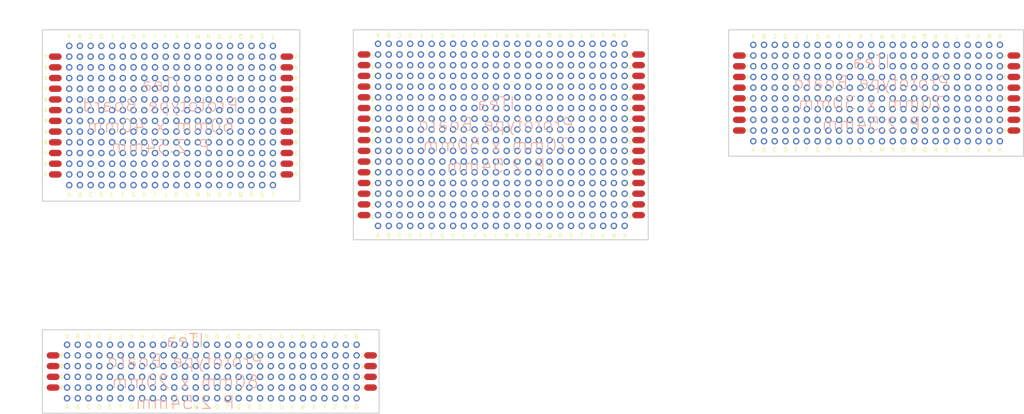
<source format=kicad_pcb>
(kicad_pcb (version 20171130) (host pcbnew 5.1.6)
  (layers (0 F.Cu signal) (31 B.Cu signal) (34 B.Paste user) (35 F.Paste user) (36 B.SilkS user) (37 F.SilkS user) (38 B.Mask user) (39 F.Mask user) (44 Edge.Cuts user))
  (net 0 "")
  (module MountingHole:MountingHole_2.2mm_M2 (layer F.Cu) (at 101.6 112.776)
    (fp_text reference REF** hide)
    (fp_text value MountingHole_2.2mm_M2 hide)
    (pad 1 np_thru_hole circle (at 0 0) (size 2.2 2.2) (drill 2.2) (layers *.Cu *.Mask))
  )
  (module Prototype_Board_60x40mm:Prototype_Board_Pad (layer F.Cu) (at 26.67 103.886)
    (fp_text reference REF** hide)
    (fp_text value Prototype_Board_Pad hide)
    (pad 1 smd oval (at 0 0) (size 3.048 1.524) (layers F.Cu F.Paste F.Mask))
  )
  (module MountingHole:MountingHole_2.2mm_M2 (layer F.Cu) (at 26.67 97.79)
    (fp_text reference REF** hide)
    (fp_text value MountingHole_2.2mm_M2 hide)
    (pad 1 np_thru_hole circle (at 0 0) (size 2.2 2.2) (drill 2.2) (layers *.Cu *.Mask))
  )
  (module Prototype_Board_60x40mm:Prototype_Board_Pad (layer F.Cu) (at 101.854 103.886)
    (fp_text reference REF** hide)
    (fp_text value Prototype_Board_Pad hide)
    (pad 1 smd oval (at 0 0) (size 3.048 1.524) (layers F.Cu F.Paste F.Mask))
  )
  (module Prototype_Board_60x40mm:Prototype_Board_Pad (layer F.Cu) (at 101.854 106.426)
    (fp_text reference REF** hide)
    (fp_text value Prototype_Board_Pad hide)
    (pad 1 smd oval (at 0 0) (size 3.048 1.524) (layers F.Cu F.Paste F.Mask))
  )
  (module Prototype_Board_60x40mm:Prototype_Board_Pad (layer F.Cu) (at 101.854 108.966)
    (fp_text reference REF** hide)
    (fp_text value Prototype_Board_Pad hide)
    (pad 1 smd oval (at 0 0) (size 3.048 1.524) (layers F.Cu F.Paste F.Mask))
  )
  (module MountingHole:MountingHole_2.2mm_M2 (layer F.Cu) (at 101.6 97.536)
    (fp_text reference REF** hide)
    (fp_text value MountingHole_2.2mm_M2 hide)
    (pad 1 np_thru_hole circle (at 0 0) (size 2.2 2.2) (drill 2.2) (layers *.Cu *.Mask))
  )
  (module Prototype_Board_60x40mm:Prototype_Board_Pad (layer F.Cu) (at 101.854 101.346)
    (fp_text reference REF** hide)
    (fp_text value Prototype_Board_Pad hide)
    (pad 1 smd oval (at 0 0) (size 3.048 1.524) (layers F.Cu F.Paste F.Mask))
  )
  (module MountingHole:MountingHole_2.2mm_M2 (layer F.Cu) (at 26.67 112.522)
    (fp_text reference REF** hide)
    (fp_text value MountingHole_2.2mm_M2 hide)
    (pad 1 np_thru_hole circle (at 0 0) (size 2.2 2.2) (drill 2.2) (layers *.Cu *.Mask))
  )
  (module Prototype_Board_60x40mm:Prototype_Board_Pad (layer F.Cu) (at 26.67 106.426)
    (fp_text reference REF** hide)
    (fp_text value Prototype_Board_Pad hide)
    (pad 1 smd oval (at 0 0) (size 3.048 1.524) (layers F.Cu F.Paste F.Mask))
  )
  (module Prototype_Board_60x40mm:Prototype_Board_Pad (layer F.Cu) (at 26.67 101.346)
    (fp_text reference REF** hide)
    (fp_text value Prototype_Board_Pad hide)
    (pad 1 smd oval (at 0 0) (size 3.048 1.524) (layers F.Cu F.Paste F.Mask))
  )
  (module Prototype_Board_60x40mm:Prototype_Board_Pad (layer F.Cu) (at 26.67 108.966)
    (fp_text reference REF** hide)
    (fp_text value Prototype_Board_Pad hide)
    (pad 1 smd oval (at 0 0) (size 3.048 1.524) (layers F.Cu F.Paste F.Mask))
  )
  (module MountingHole:MountingHole_2.2mm_M2 (layer F.Cu) (at 254 51.562)
    (fp_text reference REF** hide)
    (fp_text value MountingHole_2.2mm_M2 hide)
    (pad 1 np_thru_hole circle (at 0 0) (size 2.2 2.2) (drill 2.2) (layers *.Cu *.Mask))
  )
  (module MountingHole:MountingHole_2.2mm_M2 (layer F.Cu) (at 189.23 26.67)
    (fp_text reference REF** hide)
    (fp_text value MountingHole_2.2mm_M2 hide)
    (pad 1 np_thru_hole circle (at 0 0) (size 2.2 2.2) (drill 2.2) (layers *.Cu *.Mask))
  )
  (module Prototype_Board_60x40mm:Prototype_Board_Pad (layer F.Cu) (at 254.254 30.226)
    (fp_text reference REF** hide)
    (fp_text value Prototype_Board_Pad hide)
    (pad 1 smd oval (at 0 0) (size 3.048 1.524) (layers F.Cu F.Paste F.Mask))
  )
  (module Prototype_Board_60x40mm:Prototype_Board_Pad (layer F.Cu) (at 189.23 45.466)
    (fp_text reference REF** hide)
    (fp_text value Prototype_Board_Pad hide)
    (pad 1 smd oval (at 0 0) (size 3.048 1.524) (layers F.Cu F.Paste F.Mask))
  )
  (module Prototype_Board_60x40mm:Prototype_Board_Pad (layer F.Cu) (at 254.254 48.006)
    (fp_text reference REF** hide)
    (fp_text value Prototype_Board_Pad hide)
    (pad 1 smd oval (at 0 0) (size 3.048 1.524) (layers F.Cu F.Paste F.Mask))
  )
  (module Prototype_Board_60x40mm:Prototype_Board_Pad (layer F.Cu) (at 254.254 40.386)
    (fp_text reference REF** hide)
    (fp_text value Prototype_Board_Pad hide)
    (pad 1 smd oval (at 0 0) (size 3.048 1.524) (layers F.Cu F.Paste F.Mask))
  )
  (module Prototype_Board_60x40mm:Prototype_Board_Pad (layer F.Cu) (at 189.23 35.306)
    (fp_text reference REF** hide)
    (fp_text value Prototype_Board_Pad hide)
    (pad 1 smd oval (at 0 0) (size 3.048 1.524) (layers F.Cu F.Paste F.Mask))
  )
  (module Prototype_Board_60x40mm:Prototype_Board_Pad (layer F.Cu) (at 254.254 45.466)
    (fp_text reference REF** hide)
    (fp_text value Prototype_Board_Pad hide)
    (pad 1 smd oval (at 0 0) (size 3.048 1.524) (layers F.Cu F.Paste F.Mask))
  )
  (module Prototype_Board_60x40mm:Prototype_Board_Pad (layer F.Cu) (at 189.23 42.926)
    (fp_text reference REF** hide)
    (fp_text value Prototype_Board_Pad hide)
    (pad 1 smd oval (at 0 0) (size 3.048 1.524) (layers F.Cu F.Paste F.Mask))
  )
  (module Prototype_Board_60x40mm:Prototype_Board_Pad (layer F.Cu) (at 189.23 32.766)
    (fp_text reference REF** hide)
    (fp_text value Prototype_Board_Pad hide)
    (pad 1 smd oval (at 0 0) (size 3.048 1.524) (layers F.Cu F.Paste F.Mask))
  )
  (module Prototype_Board_60x40mm:Prototype_Board_Pad (layer F.Cu) (at 189.23 30.226)
    (fp_text reference REF** hide)
    (fp_text value Prototype_Board_Pad hide)
    (pad 1 smd oval (at 0 0) (size 3.048 1.524) (layers F.Cu F.Paste F.Mask))
  )
  (module Prototype_Board_60x40mm:Prototype_Board_Pad (layer F.Cu) (at 189.23 37.846)
    (fp_text reference REF** hide)
    (fp_text value Prototype_Board_Pad hide)
    (pad 1 smd oval (at 0 0) (size 3.048 1.524) (layers F.Cu F.Paste F.Mask))
  )
  (module Prototype_Board_60x40mm:Prototype_Board_Pad (layer F.Cu) (at 254.254 35.306)
    (fp_text reference REF** hide)
    (fp_text value Prototype_Board_Pad hide)
    (pad 1 smd oval (at 0 0) (size 3.048 1.524) (layers F.Cu F.Paste F.Mask))
  )
  (module Prototype_Board_60x40mm:Prototype_Board_Pad (layer F.Cu) (at 254.254 37.846)
    (fp_text reference REF** hide)
    (fp_text value Prototype_Board_Pad hide)
    (pad 1 smd oval (at 0 0) (size 3.048 1.524) (layers F.Cu F.Paste F.Mask))
  )
  (module Prototype_Board_60x40mm:Prototype_Board_Pad (layer F.Cu) (at 189.23 48.006)
    (fp_text reference REF** hide)
    (fp_text value Prototype_Board_Pad hide)
    (pad 1 smd oval (at 0 0) (size 3.048 1.524) (layers F.Cu F.Paste F.Mask))
  )
  (module Prototype_Board_60x40mm:Prototype_Board_Pad (layer F.Cu) (at 254.254 42.926)
    (fp_text reference REF** hide)
    (fp_text value Prototype_Board_Pad hide)
    (pad 1 smd oval (at 0 0) (size 3.048 1.524) (layers F.Cu F.Paste F.Mask))
  )
  (module MountingHole:MountingHole_2.2mm_M2 (layer F.Cu) (at 254 26.67)
    (fp_text reference REF** hide)
    (fp_text value MountingHole_2.2mm_M2 hide)
    (pad 1 np_thru_hole circle (at 0 0) (size 2.2 2.2) (drill 2.2) (layers *.Cu *.Mask))
  )
  (module Prototype_Board_60x40mm:Prototype_Board_Pad (layer F.Cu) (at 189.23 40.386)
    (fp_text reference REF** hide)
    (fp_text value Prototype_Board_Pad hide)
    (pad 1 smd oval (at 0 0) (size 3.048 1.524) (layers F.Cu F.Paste F.Mask))
  )
  (module Prototype_Board_60x40mm:Prototype_Board_Pad (layer F.Cu) (at 254.254 32.766)
    (fp_text reference REF** hide)
    (fp_text value Prototype_Board_Pad hide)
    (pad 1 smd oval (at 0 0) (size 3.048 1.524) (layers F.Cu F.Paste F.Mask))
  )
  (module MountingHole:MountingHole_2.2mm_M2 (layer F.Cu) (at 189.23 51.562)
    (fp_text reference REF** hide)
    (fp_text value MountingHole_2.2mm_M2 hide)
    (pad 1 np_thru_hole circle (at 0 0) (size 2.2 2.2) (drill 2.2) (layers *.Cu *.Mask))
  )
  (module MountingHole:MountingHole_2.2mm_M2 (layer F.Cu) (at 165.354 71.374)
    (fp_text reference REF** hide)
    (fp_text value MountingHole_2.2mm_M2 hide)
    (pad 1 np_thru_hole circle (at 0 0) (size 2.2 2.2) (drill 2.2) (layers *.Cu *.Mask))
  )
  (module MountingHole:MountingHole_2.2mm_M2 (layer F.Cu) (at 100.33 71.374)
    (fp_text reference REF** hide)
    (fp_text value MountingHole_2.2mm_M2 hide)
    (pad 1 np_thru_hole circle (at 0 0) (size 2.2 2.2) (drill 2.2) (layers *.Cu *.Mask))
  )
  (module MountingHole:MountingHole_2.2mm_M2 (layer F.Cu) (at 100.33 26.416)
    (fp_text reference REF** hide)
    (fp_text value MountingHole_2.2mm_M2 hide)
    (pad 1 np_thru_hole circle (at 0 0) (size 2.2 2.2) (drill 2.2) (layers *.Cu *.Mask))
  )
  (module Prototype_Board_60x40mm:Prototype_Board_Pad (layer F.Cu) (at 165.354 68.072)
    (fp_text reference REF** hide)
    (fp_text value Prototype_Board_Pad hide)
    (pad 1 smd oval (at 0 0) (size 3.048 1.524) (layers F.Cu F.Paste F.Mask))
  )
  (module Prototype_Board_60x40mm:Prototype_Board_Pad (layer F.Cu) (at 165.354 65.532)
    (fp_text reference REF** hide)
    (fp_text value Prototype_Board_Pad hide)
    (pad 1 smd oval (at 0 0) (size 3.048 1.524) (layers F.Cu F.Paste F.Mask))
  )
  (module Prototype_Board_60x40mm:Prototype_Board_Pad (layer F.Cu) (at 165.354 60.452)
    (fp_text reference REF** hide)
    (fp_text value Prototype_Board_Pad hide)
    (pad 1 smd oval (at 0 0) (size 3.048 1.524) (layers F.Cu F.Paste F.Mask))
  )
  (module Prototype_Board_60x40mm:Prototype_Board_Pad (layer F.Cu) (at 165.354 62.992)
    (fp_text reference REF** hide)
    (fp_text value Prototype_Board_Pad hide)
    (pad 1 smd oval (at 0 0) (size 3.048 1.524) (layers F.Cu F.Paste F.Mask))
  )
  (module Prototype_Board_60x40mm:Prototype_Board_Pad (layer F.Cu) (at 100.33 60.452)
    (fp_text reference REF** hide)
    (fp_text value Prototype_Board_Pad hide)
    (pad 1 smd oval (at 0 0) (size 3.048 1.524) (layers F.Cu F.Paste F.Mask))
  )
  (module Prototype_Board_60x40mm:Prototype_Board_Pad (layer F.Cu) (at 100.33 62.992)
    (fp_text reference REF** hide)
    (fp_text value Prototype_Board_Pad hide)
    (pad 1 smd oval (at 0 0) (size 3.048 1.524) (layers F.Cu F.Paste F.Mask))
  )
  (module Prototype_Board_60x40mm:Prototype_Board_Pad (layer F.Cu) (at 100.33 65.532)
    (fp_text reference REF** hide)
    (fp_text value Prototype_Board_Pad hide)
    (pad 1 smd oval (at 0 0) (size 3.048 1.524) (layers F.Cu F.Paste F.Mask))
  )
  (module Prototype_Board_60x40mm:Prototype_Board_Pad (layer F.Cu) (at 100.33 68.072)
    (fp_text reference REF** hide)
    (fp_text value Prototype_Board_Pad hide)
    (pad 1 smd oval (at 0 0) (size 3.048 1.524) (layers F.Cu F.Paste F.Mask))
  )
  (module Prototype_Board_60x40mm:Prototype_Board_Pad (layer F.Cu) (at 165.354 29.972)
    (fp_text reference REF** hide)
    (fp_text value Prototype_Board_Pad hide)
    (pad 1 smd oval (at 0 0) (size 3.048 1.524) (layers F.Cu F.Paste F.Mask))
  )
  (module Prototype_Board_60x40mm:Prototype_Board_Pad (layer F.Cu) (at 100.33 50.292)
    (fp_text reference REF** hide)
    (fp_text value Prototype_Board_Pad hide)
    (pad 1 smd oval (at 0 0) (size 3.048 1.524) (layers F.Cu F.Paste F.Mask))
  )
  (module Prototype_Board_60x40mm:Prototype_Board_Pad (layer F.Cu) (at 100.33 45.212)
    (fp_text reference REF** hide)
    (fp_text value Prototype_Board_Pad hide)
    (pad 1 smd oval (at 0 0) (size 3.048 1.524) (layers F.Cu F.Paste F.Mask))
  )
  (module Prototype_Board_60x40mm:Prototype_Board_Pad (layer F.Cu) (at 165.354 57.912)
    (fp_text reference REF** hide)
    (fp_text value Prototype_Board_Pad hide)
    (pad 1 smd oval (at 0 0) (size 3.048 1.524) (layers F.Cu F.Paste F.Mask))
  )
  (module Prototype_Board_60x40mm:Prototype_Board_Pad (layer F.Cu) (at 100.33 29.972)
    (fp_text reference REF** hide)
    (fp_text value Prototype_Board_Pad hide)
    (pad 1 smd oval (at 0 0) (size 3.048 1.524) (layers F.Cu F.Paste F.Mask))
  )
  (module Prototype_Board_60x40mm:Prototype_Board_Pad (layer F.Cu) (at 165.354 50.292)
    (fp_text reference REF** hide)
    (fp_text value Prototype_Board_Pad hide)
    (pad 1 smd oval (at 0 0) (size 3.048 1.524) (layers F.Cu F.Paste F.Mask))
  )
  (module Prototype_Board_60x40mm:Prototype_Board_Pad (layer F.Cu) (at 100.33 52.832)
    (fp_text reference REF** hide)
    (fp_text value Prototype_Board_Pad hide)
    (pad 1 smd oval (at 0 0) (size 3.048 1.524) (layers F.Cu F.Paste F.Mask))
  )
  (module Prototype_Board_60x40mm:Prototype_Board_Pad (layer F.Cu) (at 100.33 55.372)
    (fp_text reference REF** hide)
    (fp_text value Prototype_Board_Pad hide)
    (pad 1 smd oval (at 0 0) (size 3.048 1.524) (layers F.Cu F.Paste F.Mask))
  )
  (module Prototype_Board_60x40mm:Prototype_Board_Pad (layer F.Cu) (at 165.354 47.752)
    (fp_text reference REF** hide)
    (fp_text value Prototype_Board_Pad hide)
    (pad 1 smd oval (at 0 0) (size 3.048 1.524) (layers F.Cu F.Paste F.Mask))
  )
  (module Prototype_Board_60x40mm:Prototype_Board_Pad (layer F.Cu) (at 165.354 40.132)
    (fp_text reference REF** hide)
    (fp_text value Prototype_Board_Pad hide)
    (pad 1 smd oval (at 0 0) (size 3.048 1.524) (layers F.Cu F.Paste F.Mask))
  )
  (module Prototype_Board_60x40mm:Prototype_Board_Pad (layer F.Cu) (at 100.33 35.052)
    (fp_text reference REF** hide)
    (fp_text value Prototype_Board_Pad hide)
    (pad 1 smd oval (at 0 0) (size 3.048 1.524) (layers F.Cu F.Paste F.Mask))
  )
  (module Prototype_Board_60x40mm:Prototype_Board_Pad (layer F.Cu) (at 165.354 45.212)
    (fp_text reference REF** hide)
    (fp_text value Prototype_Board_Pad hide)
    (pad 1 smd oval (at 0 0) (size 3.048 1.524) (layers F.Cu F.Paste F.Mask))
  )
  (module Prototype_Board_60x40mm:Prototype_Board_Pad (layer F.Cu) (at 100.33 42.672)
    (fp_text reference REF** hide)
    (fp_text value Prototype_Board_Pad hide)
    (pad 1 smd oval (at 0 0) (size 3.048 1.524) (layers F.Cu F.Paste F.Mask))
  )
  (module Prototype_Board_60x40mm:Prototype_Board_Pad (layer F.Cu) (at 165.354 55.372)
    (fp_text reference REF** hide)
    (fp_text value Prototype_Board_Pad hide)
    (pad 1 smd oval (at 0 0) (size 3.048 1.524) (layers F.Cu F.Paste F.Mask))
  )
  (module Prototype_Board_60x40mm:Prototype_Board_Pad (layer F.Cu) (at 100.33 32.512)
    (fp_text reference REF** hide)
    (fp_text value Prototype_Board_Pad hide)
    (pad 1 smd oval (at 0 0) (size 3.048 1.524) (layers F.Cu F.Paste F.Mask))
  )
  (module Prototype_Board_60x40mm:Prototype_Board_Pad (layer F.Cu) (at 100.33 57.912)
    (fp_text reference REF** hide)
    (fp_text value Prototype_Board_Pad hide)
    (pad 1 smd oval (at 0 0) (size 3.048 1.524) (layers F.Cu F.Paste F.Mask))
  )
  (module Prototype_Board_60x40mm:Prototype_Board_Pad (layer F.Cu) (at 100.33 37.592)
    (fp_text reference REF** hide)
    (fp_text value Prototype_Board_Pad hide)
    (pad 1 smd oval (at 0 0) (size 3.048 1.524) (layers F.Cu F.Paste F.Mask))
  )
  (module Prototype_Board_60x40mm:Prototype_Board_Pad (layer F.Cu) (at 165.354 35.052)
    (fp_text reference REF** hide)
    (fp_text value Prototype_Board_Pad hide)
    (pad 1 smd oval (at 0 0) (size 3.048 1.524) (layers F.Cu F.Paste F.Mask))
  )
  (module Prototype_Board_60x40mm:Prototype_Board_Pad (layer F.Cu) (at 165.354 52.832)
    (fp_text reference REF** hide)
    (fp_text value Prototype_Board_Pad hide)
    (pad 1 smd oval (at 0 0) (size 3.048 1.524) (layers F.Cu F.Paste F.Mask))
  )
  (module Prototype_Board_60x40mm:Prototype_Board_Pad (layer F.Cu) (at 100.33 40.132)
    (fp_text reference REF** hide)
    (fp_text value Prototype_Board_Pad hide)
    (pad 1 smd oval (at 0 0) (size 3.048 1.524) (layers F.Cu F.Paste F.Mask))
  )
  (module Prototype_Board_60x40mm:Prototype_Board_Pad (layer F.Cu) (at 165.354 37.592)
    (fp_text reference REF** hide)
    (fp_text value Prototype_Board_Pad hide)
    (pad 1 smd oval (at 0 0) (size 3.048 1.524) (layers F.Cu F.Paste F.Mask))
  )
  (module MountingHole:MountingHole_2.2mm_M2 (layer F.Cu) (at 165.354 26.416)
    (fp_text reference REF** hide)
    (fp_text value MountingHole_2.2mm_M2 hide)
    (pad 1 np_thru_hole circle (at 0 0) (size 2.2 2.2) (drill 2.2) (layers *.Cu *.Mask))
  )
  (module Prototype_Board_60x40mm:Prototype_Board_Pad (layer F.Cu) (at 100.33 47.752)
    (fp_text reference REF** hide)
    (fp_text value Prototype_Board_Pad hide)
    (pad 1 smd oval (at 0 0) (size 3.048 1.524) (layers F.Cu F.Paste F.Mask))
  )
  (module Prototype_Board_60x40mm:Prototype_Board_Pad (layer F.Cu) (at 165.354 42.672)
    (fp_text reference REF** hide)
    (fp_text value Prototype_Board_Pad hide)
    (pad 1 smd oval (at 0 0) (size 3.048 1.524) (layers F.Cu F.Paste F.Mask))
  )
  (module Prototype_Board_60x40mm:Prototype_Board_Pad (layer F.Cu) (at 165.354 32.512)
    (fp_text reference REF** hide)
    (fp_text value Prototype_Board_Pad hide)
    (pad 1 smd oval (at 0 0) (size 3.048 1.524) (layers F.Cu F.Paste F.Mask))
  )
  (module MountingHole:MountingHole_2.2mm_M2 (layer F.Cu) (at 82.042 61.976)
    (fp_text reference REF** hide)
    (fp_text value MountingHole_2.2mm_M2 hide)
    (pad 1 np_thru_hole circle (at 0 0) (size 2.2 2.2) (drill 2.2) (layers *.Cu *.Mask))
  )
  (module MountingHole:MountingHole_2.2mm_M2 (layer F.Cu) (at 27.178 61.976)
    (fp_text reference REF** hide)
    (fp_text value MountingHole_2.2mm_M2 hide)
    (pad 1 np_thru_hole circle (at 0 0) (size 2.2 2.2) (drill 2.2) (layers *.Cu *.Mask))
  )
  (module Prototype_Board_60x40mm:Prototype_Board_Pad (layer F.Cu) (at 27.178 58.42)
    (fp_text reference REF** hide)
    (fp_text value Prototype_Board_Pad hide)
    (pad 1 smd oval (at 0 0) (size 3.048 1.524) (layers F.Cu F.Paste F.Mask))
  )
  (module Prototype_Board_60x40mm:Prototype_Board_Pad (layer F.Cu) (at 27.178 55.88)
    (fp_text reference REF** hide)
    (fp_text value Prototype_Board_Pad hide)
    (pad 1 smd oval (at 0 0) (size 3.048 1.524) (layers F.Cu F.Paste F.Mask))
  )
  (module Prototype_Board_60x40mm:Prototype_Board_Pad (layer F.Cu) (at 27.178 53.34)
    (fp_text reference REF** hide)
    (fp_text value Prototype_Board_Pad hide)
    (pad 1 smd oval (at 0 0) (size 3.048 1.524) (layers F.Cu F.Paste F.Mask))
  )
  (module Prototype_Board_60x40mm:Prototype_Board_Pad (layer F.Cu) (at 27.178 50.8)
    (fp_text reference REF** hide)
    (fp_text value Prototype_Board_Pad hide)
    (pad 1 smd oval (at 0 0) (size 3.048 1.524) (layers F.Cu F.Paste F.Mask))
  )
  (module Prototype_Board_60x40mm:Prototype_Board_Pad (layer F.Cu) (at 27.178 48.26)
    (fp_text reference REF** hide)
    (fp_text value Prototype_Board_Pad hide)
    (pad 1 smd oval (at 0 0) (size 3.048 1.524) (layers F.Cu F.Paste F.Mask))
  )
  (module Prototype_Board_60x40mm:Prototype_Board_Pad (layer F.Cu) (at 27.178 45.72)
    (fp_text reference REF** hide)
    (fp_text value Prototype_Board_Pad hide)
    (pad 1 smd oval (at 0 0) (size 3.048 1.524) (layers F.Cu F.Paste F.Mask))
  )
  (module Prototype_Board_60x40mm:Prototype_Board_Pad (layer F.Cu) (at 27.178 43.18)
    (fp_text reference REF** hide)
    (fp_text value Prototype_Board_Pad hide)
    (pad 1 smd oval (at 0 0) (size 3.048 1.524) (layers F.Cu F.Paste F.Mask))
  )
  (module Prototype_Board_60x40mm:Prototype_Board_Pad (layer F.Cu) (at 27.178 40.64)
    (fp_text reference REF** hide)
    (fp_text value Prototype_Board_Pad hide)
    (pad 1 smd oval (at 0 0) (size 3.048 1.524) (layers F.Cu F.Paste F.Mask))
  )
  (module Prototype_Board_60x40mm:Prototype_Board_Pad (layer F.Cu) (at 27.178 38.1)
    (fp_text reference REF** hide)
    (fp_text value Prototype_Board_Pad hide)
    (pad 1 smd oval (at 0 0) (size 3.048 1.524) (layers F.Cu F.Paste F.Mask))
  )
  (module Prototype_Board_60x40mm:Prototype_Board_Pad (layer F.Cu) (at 27.178 35.56)
    (fp_text reference REF** hide)
    (fp_text value Prototype_Board_Pad hide)
    (pad 1 smd oval (at 0 0) (size 3.048 1.524) (layers F.Cu F.Paste F.Mask))
  )
  (module Prototype_Board_60x40mm:Prototype_Board_Pad (layer F.Cu) (at 27.178 33.02)
    (fp_text reference REF** hide)
    (fp_text value Prototype_Board_Pad hide)
    (pad 1 smd oval (at 0 0) (size 3.048 1.524) (layers F.Cu F.Paste F.Mask))
  )
  (module MountingHole:MountingHole_2.2mm_M2 (layer F.Cu) (at 27.178 26.924)
    (fp_text reference REF** hide)
    (fp_text value MountingHole_2.2mm_M2 hide)
    (pad 1 np_thru_hole circle (at 0 0) (size 2.2 2.2) (drill 2.2) (layers *.Cu *.Mask))
  )
  (module MountingHole:MountingHole_2.2mm_M2 (layer F.Cu) (at 82.042 26.924)
    (fp_text reference REF** hide)
    (fp_text value MountingHole_2.2mm_M2 hide)
    (pad 1 np_thru_hole circle (at 0 0) (size 2.2 2.2) (drill 2.2) (layers *.Cu *.Mask))
  )
  (module Prototype_Board_60x40mm:Prototype_Board_Pad (layer F.Cu) (at 27.178 30.48)
    (fp_text reference REF** hide)
    (fp_text value Prototype_Board_Pad hide)
    (pad 1 smd oval (at 0 0) (size 3.048 1.524) (layers F.Cu F.Paste F.Mask))
  )
  (module Prototype_Board_60x40mm:Prototype_Board_Pad (layer F.Cu) (at 82.042 58.42)
    (fp_text reference REF** hide)
    (fp_text value Prototype_Board_Pad hide)
    (pad 1 smd oval (at 0 0) (size 3.048 1.524) (layers F.Cu F.Paste F.Mask))
  )
  (module Prototype_Board_60x40mm:Prototype_Board_Pad (layer F.Cu) (at 82.042 55.88)
    (fp_text reference REF** hide)
    (fp_text value Prototype_Board_Pad hide)
    (pad 1 smd oval (at 0 0) (size 3.048 1.524) (layers F.Cu F.Paste F.Mask))
  )
  (module Prototype_Board_60x40mm:Prototype_Board_Pad (layer F.Cu) (at 82.042 53.34)
    (fp_text reference REF** hide)
    (fp_text value Prototype_Board_Pad hide)
    (pad 1 smd oval (at 0 0) (size 3.048 1.524) (layers F.Cu F.Paste F.Mask))
  )
  (module Prototype_Board_60x40mm:Prototype_Board_Pad (layer F.Cu) (at 82.042 50.8)
    (fp_text reference REF** hide)
    (fp_text value Prototype_Board_Pad hide)
    (pad 1 smd oval (at 0 0) (size 3.048 1.524) (layers F.Cu F.Paste F.Mask))
  )
  (module Prototype_Board_60x40mm:Prototype_Board_Pad (layer F.Cu) (at 82.042 48.26)
    (fp_text reference REF** hide)
    (fp_text value Prototype_Board_Pad hide)
    (pad 1 smd oval (at 0 0) (size 3.048 1.524) (layers F.Cu F.Paste F.Mask))
  )
  (module Prototype_Board_60x40mm:Prototype_Board_Pad (layer F.Cu) (at 82.042 45.72)
    (fp_text reference REF** hide)
    (fp_text value Prototype_Board_Pad hide)
    (pad 1 smd oval (at 0 0) (size 3.048 1.524) (layers F.Cu F.Paste F.Mask))
  )
  (module Prototype_Board_60x40mm:Prototype_Board_Pad (layer F.Cu) (at 82.042 43.18)
    (fp_text reference REF** hide)
    (fp_text value Prototype_Board_Pad hide)
    (pad 1 smd oval (at 0 0) (size 3.048 1.524) (layers F.Cu F.Paste F.Mask))
  )
  (module Prototype_Board_60x40mm:Prototype_Board_Pad (layer F.Cu) (at 82.042 40.64)
    (fp_text reference REF** hide)
    (fp_text value Prototype_Board_Pad hide)
    (pad 1 smd oval (at 0 0) (size 3.048 1.524) (layers F.Cu F.Paste F.Mask))
  )
  (module Prototype_Board_60x40mm:Prototype_Board_Pad (layer F.Cu) (at 82.042 38.1)
    (fp_text reference REF** hide)
    (fp_text value Prototype_Board_Pad hide)
    (pad 1 smd oval (at 0 0) (size 3.048 1.524) (layers F.Cu F.Paste F.Mask))
  )
  (module Prototype_Board_60x40mm:Prototype_Board_Pad (layer F.Cu) (at 82.042 35.56)
    (fp_text reference REF** hide)
    (fp_text value Prototype_Board_Pad hide)
    (pad 1 smd oval (at 0 0) (size 3.048 1.524) (layers F.Cu F.Paste F.Mask))
  )
  (module Prototype_Board_60x40mm:Prototype_Board_Pad (layer F.Cu) (at 82.042 33.02)
    (fp_text reference REF** hide)
    (fp_text value Prototype_Board_Pad hide)
    (pad 1 smd oval (at 0 0) (size 3.048 1.524) (layers F.Cu F.Paste F.Mask))
  )
  (module Prototype_Board_60x40mm:Prototype_Board_Pad (layer F.Cu) (at 82.042 30.48)
    (fp_text reference REF** hide)
    (fp_text value Prototype_Board_Pad hide)
    (pad 1 smd oval (at 0 0) (size 3.048 1.524) (layers F.Cu F.Paste F.Mask))
  )
  (gr_text B (at 98.552 113.538) (layer F.SilkS) (effects (font (size 1 1))))
  (gr_text A (at 96.012 113.538) (layer F.SilkS) (effects (font (size 1 1))))
  (gr_text Z (at 93.472 113.538) (layer F.SilkS) (effects (font (size 1 1))))
  (gr_text Y (at 90.932 113.538) (layer F.SilkS) (effects (font (size 1 1))))
  (gr_text B (at 98.552 96.774 180) (layer F.SilkS) (effects (font (size 1 1))))
  (gr_text A (at 96.012 96.774 180) (layer F.SilkS) (effects (font (size 1 1))))
  (gr_text Z (at 93.472 96.774 180) (layer F.SilkS) (effects (font (size 1 1))))
  (gr_text Y (at 90.932 96.774 180) (layer F.SilkS) (effects (font (size 1 1))))
  (gr_text W (at 85.852 113.538) (layer F.SilkS) (effects (font (size 1 1))))
  (gr_text D (at 37.592 113.538) (layer F.SilkS) (effects (font (size 1 1))))
  (gr_text K (at 55.372 113.538) (layer F.SilkS) (effects (font (size 1 1))))
  (gr_text I (at 50.292 113.538) (layer F.SilkS) (effects (font (size 1 1))))
  (gr_text H (at 47.752 113.538) (layer F.SilkS) (effects (font (size 1 1))))
  (gr_text O (at 65.532 113.538) (layer F.SilkS) (effects (font (size 1 1))))
  (gr_text P (at 68.072 113.538) (layer F.SilkS) (effects (font (size 1 1))))
  (gr_text A (at 29.972 113.538) (layer F.SilkS) (effects (font (size 1 1))))
  (gr_text E (at 40.132 113.538) (layer F.SilkS) (effects (font (size 1 1))))
  (gr_text Q (at 70.612 113.538) (layer F.SilkS) (effects (font (size 1 1))))
  (gr_text S (at 75.692 113.538) (layer F.SilkS) (effects (font (size 1 1))))
  (gr_text N (at 62.992 113.538) (layer F.SilkS) (effects (font (size 1 1))))
  (gr_text B (at 32.512 113.538) (layer F.SilkS) (effects (font (size 1 1))))
  (gr_text C (at 35.052 113.538) (layer F.SilkS) (effects (font (size 1 1))))
  (gr_text J (at 52.832 113.538) (layer F.SilkS) (effects (font (size 1 1))))
  (gr_text F (at 42.672 113.538) (layer F.SilkS) (effects (font (size 1 1))))
  (gr_text R (at 73.152 113.538) (layer F.SilkS) (effects (font (size 1 1))))
  (gr_text U (at 80.772 113.538) (layer F.SilkS) (effects (font (size 1 1))))
  (gr_text V (at 83.312 113.538) (layer F.SilkS) (effects (font (size 1 1))))
  (gr_text G (at 45.212 113.538) (layer F.SilkS) (effects (font (size 1 1))))
  (gr_text X (at 88.392 113.538) (layer F.SilkS) (effects (font (size 1 1))))
  (gr_text M (at 60.452 113.538) (layer F.SilkS) (effects (font (size 1 1))))
  (gr_text T (at 78.232 113.538) (layer F.SilkS) (effects (font (size 1 1))))
  (gr_text L (at 57.912 113.538) (layer F.SilkS) (effects (font (size 1 1))))
  (gr_text T (at 78.232 96.774 180) (layer F.SilkS) (effects (font (size 1 1))))
  (gr_text F (at 42.672 96.774 180) (layer F.SilkS) (effects (font (size 1 1))))
  (gr_text "ITea\nPrototype Board\n80mm x 20mm\nP 2.54mm" (at 57.912 105.156) (layer B.SilkS) (effects (font (size 3.048 3.048) (thickness 0.254)) (justify mirror)))
  (gr_text W (at 85.852 96.774 180) (layer F.SilkS) (effects (font (size 1 1))))
  (gr_text U (at 80.772 96.774 180) (layer F.SilkS) (effects (font (size 1 1))))
  (gr_line (start 103.886 115.062) (end 24.13 115.062) (layer Edge.Cuts) (width 0.254))
  (gr_line (start 24.13 115.062) (end 24.13 95.25) (layer Edge.Cuts) (width 0.254))
  (gr_text D (at 37.592 96.774 180) (layer F.SilkS) (effects (font (size 1 1))))
  (gr_text Q (at 70.612 96.774 180) (layer F.SilkS) (effects (font (size 1 1))))
  (gr_line (start 103.886 95.25) (end 103.886 115.062) (layer Edge.Cuts) (width 0.254))
  (gr_text G (at 45.212 96.774 180) (layer F.SilkS) (effects (font (size 1 1))))
  (gr_text 02 (at 28.702 103.886 270) (layer F.SilkS) (effects (font (size 0.508 0.508) (thickness 0.127))))
  (gr_text L (at 57.912 96.774 180) (layer F.SilkS) (effects (font (size 1 1))))
  (gr_text B (at 32.512 96.774 180) (layer F.SilkS) (effects (font (size 1 1))))
  (gr_text K (at 55.372 96.774 180) (layer F.SilkS) (effects (font (size 1 1))))
  (gr_text X (at 88.392 96.774 180) (layer F.SilkS) (effects (font (size 1 1))))
  (gr_text P (at 68.072 96.774 180) (layer F.SilkS) (effects (font (size 1 1))))
  (gr_text A (at 29.972 96.774 180) (layer F.SilkS) (effects (font (size 1 1))))
  (gr_text O (at 65.532 96.774 180) (layer F.SilkS) (effects (font (size 1 1))))
  (gr_text V (at 83.312 96.774 180) (layer F.SilkS) (effects (font (size 1 1))))
  (gr_text C (at 35.052 96.774 180) (layer F.SilkS) (effects (font (size 1 1))))
  (gr_text 03 (at 28.702 106.426 270) (layer F.SilkS) (effects (font (size 0.508 0.508) (thickness 0.127))))
  (gr_text N (at 62.992 96.774 180) (layer F.SilkS) (effects (font (size 1 1))))
  (gr_text M (at 60.452 96.774 180) (layer F.SilkS) (effects (font (size 1 1))))
  (gr_text I (at 50.292 96.774 180) (layer F.SilkS) (effects (font (size 1 1))))
  (gr_text H (at 47.752 96.774 180) (layer F.SilkS) (effects (font (size 1 1))))
  (gr_text 02 (at 99.822 103.886 90) (layer F.SilkS) (effects (font (size 0.508 0.508) (thickness 0.127))))
  (gr_text J (at 52.832 96.774 180) (layer F.SilkS) (effects (font (size 1 1))))
  (gr_text E (at 40.132 96.774 180) (layer F.SilkS) (effects (font (size 1 1))))
  (gr_text 04 (at 28.702 108.966 270) (layer F.SilkS) (effects (font (size 0.508 0.508) (thickness 0.127))))
  (gr_text 04 (at 99.822 108.966 90) (layer F.SilkS) (effects (font (size 0.508 0.508) (thickness 0.127))))
  (gr_text 01 (at 99.822 101.346 90) (layer F.SilkS) (effects (font (size 0.508 0.508) (thickness 0.127))))
  (gr_text 01 (at 28.702 101.346 270) (layer F.SilkS) (effects (font (size 0.508 0.508) (thickness 0.127))))
  (gr_line (start 24.13 95.25) (end 103.886 95.25) (layer Edge.Cuts) (width 0.254))
  (gr_text 03 (at 99.822 106.426 90) (layer F.SilkS) (effects (font (size 0.508 0.508) (thickness 0.127))))
  (gr_text S (at 75.692 96.774 180) (layer F.SilkS) (effects (font (size 1 1))))
  (gr_text R (at 73.152 96.774 180) (layer F.SilkS) (effects (font (size 1 1))))
  (gr_text U (at 243.332 25.654 180) (layer F.SilkS) (effects (font (size 1 1))))
  (gr_text X (at 250.952 52.578) (layer F.SilkS) (effects (font (size 1 1))))
  (gr_text W (at 248.412 25.654 180) (layer F.SilkS) (effects (font (size 1 1))))
  (gr_text W (at 248.412 52.578) (layer F.SilkS) (effects (font (size 1 1))))
  (gr_text 05 (at 191.262 40.386 270) (layer F.SilkS) (effects (font (size 0.508 0.508) (thickness 0.127))))
  (gr_text I (at 212.852 52.578) (layer F.SilkS) (effects (font (size 1 1))))
  (gr_text 01 (at 252.222 30.226 90) (layer F.SilkS) (effects (font (size 0.508 0.508) (thickness 0.127))))
  (gr_text 08 (at 191.262 48.006 270) (layer F.SilkS) (effects (font (size 0.508 0.508) (thickness 0.127))))
  (gr_text M (at 223.012 52.578) (layer F.SilkS) (effects (font (size 1 1))))
  (gr_text J (at 215.392 52.578) (layer F.SilkS) (effects (font (size 1 1))))
  (gr_text F (at 205.232 25.654 180) (layer F.SilkS) (effects (font (size 1 1))))
  (gr_text S (at 238.252 52.578) (layer F.SilkS) (effects (font (size 1 1))))
  (gr_text 07 (at 191.262 45.466 270) (layer F.SilkS) (effects (font (size 0.508 0.508) (thickness 0.127))))
  (gr_text D (at 200.152 52.578) (layer F.SilkS) (effects (font (size 1 1))))
  (gr_text N (at 225.552 52.578) (layer F.SilkS) (effects (font (size 1 1))))
  (gr_text 02 (at 191.262 32.766 270) (layer F.SilkS) (effects (font (size 0.508 0.508) (thickness 0.127))))
  (gr_text C (at 197.612 25.654 180) (layer F.SilkS) (effects (font (size 1 1))))
  (gr_text K (at 217.932 52.578) (layer F.SilkS) (effects (font (size 1 1))))
  (gr_text 05 (at 252.222 40.386 90) (layer F.SilkS) (effects (font (size 0.508 0.508) (thickness 0.127))))
  (gr_text 06 (at 252.222 42.926 90) (layer F.SilkS) (effects (font (size 0.508 0.508) (thickness 0.127))))
  (gr_text T (at 240.792 52.578) (layer F.SilkS) (effects (font (size 1 1))))
  (gr_text L (at 220.472 25.654 180) (layer F.SilkS) (effects (font (size 1 1))))
  (gr_text M (at 223.012 25.654 180) (layer F.SilkS) (effects (font (size 1 1))))
  (gr_text D (at 200.152 25.654 180) (layer F.SilkS) (effects (font (size 1 1))))
  (gr_text E (at 202.692 25.654 180) (layer F.SilkS) (effects (font (size 1 1))))
  (gr_text C (at 197.612 52.578) (layer F.SilkS) (effects (font (size 1 1))))
  (gr_text B (at 195.072 52.578) (layer F.SilkS) (effects (font (size 1 1))))
  (gr_text 06 (at 191.262 42.926 270) (layer F.SilkS) (effects (font (size 0.508 0.508) (thickness 0.127))))
  (gr_text 01 (at 191.262 30.226 270) (layer F.SilkS) (effects (font (size 0.508 0.508) (thickness 0.127))))
  (gr_text N (at 225.552 25.654 180) (layer F.SilkS) (effects (font (size 1 1))))
  (gr_text S (at 238.252 25.654 180) (layer F.SilkS) (effects (font (size 1 1))))
  (gr_text Q (at 233.172 52.578) (layer F.SilkS) (effects (font (size 1 1))))
  (gr_text I (at 212.852 25.654 180) (layer F.SilkS) (effects (font (size 1 1))))
  (gr_text 04 (at 252.222 37.846 90) (layer F.SilkS) (effects (font (size 0.508 0.508) (thickness 0.127))))
  (gr_text A (at 192.532 52.578) (layer F.SilkS) (effects (font (size 1 1))))
  (gr_text J (at 215.392 25.654 180) (layer F.SilkS) (effects (font (size 1 1))))
  (gr_text G (at 207.772 25.654 180) (layer F.SilkS) (effects (font (size 1 1))))
  (gr_text T (at 240.792 25.654 180) (layer F.SilkS) (effects (font (size 1 1))))
  (gr_text R (at 235.712 25.654 180) (layer F.SilkS) (effects (font (size 1 1))))
  (gr_text 07 (at 252.222 45.466 90) (layer F.SilkS) (effects (font (size 0.508 0.508) (thickness 0.127))))
  (gr_text L (at 220.472 52.578) (layer F.SilkS) (effects (font (size 1 1))))
  (gr_text Q (at 233.172 25.654 180) (layer F.SilkS) (effects (font (size 1 1))))
  (gr_text 08 (at 252.222 48.006 90) (layer F.SilkS) (effects (font (size 0.508 0.508) (thickness 0.127))))
  (gr_text P (at 230.632 52.578) (layer F.SilkS) (effects (font (size 1 1))))
  (gr_text E (at 202.692 52.578) (layer F.SilkS) (effects (font (size 1 1))))
  (gr_text "ITea\nPrototype Board\n70mm x 30mm\nP 2.54mm" (at 220.472 39.116) (layer B.SilkS) (effects (font (size 3.048 3.048) (thickness 0.254)) (justify mirror)))
  (gr_text H (at 210.312 25.654 180) (layer F.SilkS) (effects (font (size 1 1))))
  (gr_text 02 (at 252.222 32.766 90) (layer F.SilkS) (effects (font (size 0.508 0.508) (thickness 0.127))))
  (gr_text O (at 228.092 52.578) (layer F.SilkS) (effects (font (size 1 1))))
  (gr_text 03 (at 252.222 35.306 90) (layer F.SilkS) (effects (font (size 0.508 0.508) (thickness 0.127))))
  (gr_text 04 (at 191.262 37.846 270) (layer F.SilkS) (effects (font (size 0.508 0.508) (thickness 0.127))))
  (gr_text H (at 210.312 52.578) (layer F.SilkS) (effects (font (size 1 1))))
  (gr_text 03 (at 191.262 35.306 270) (layer F.SilkS) (effects (font (size 0.508 0.508) (thickness 0.127))))
  (gr_text F (at 205.232 52.578) (layer F.SilkS) (effects (font (size 1 1))))
  (gr_text V (at 245.872 25.654 180) (layer F.SilkS) (effects (font (size 1 1))))
  (gr_line (start 186.69 54.102) (end 186.69 24.13) (layer Edge.Cuts) (width 0.254))
  (gr_text R (at 235.712 52.578) (layer F.SilkS) (effects (font (size 1 1))))
  (gr_text U (at 243.332 52.578) (layer F.SilkS) (effects (font (size 1 1))))
  (gr_text O (at 228.092 25.654 180) (layer F.SilkS) (effects (font (size 1 1))))
  (gr_text V (at 245.872 52.578) (layer F.SilkS) (effects (font (size 1 1))))
  (gr_text A (at 192.532 25.654 180) (layer F.SilkS) (effects (font (size 1 1))))
  (gr_line (start 256.54 54.102) (end 186.69 54.102) (layer Edge.Cuts) (width 0.254))
  (gr_text G (at 207.772 52.578) (layer F.SilkS) (effects (font (size 1 1))))
  (gr_text P (at 230.632 25.654 180) (layer F.SilkS) (effects (font (size 1 1))))
  (gr_line (start 186.69 24.13) (end 256.54 24.13) (layer Edge.Cuts) (width 0.254))
  (gr_line (start 256.54 24.13) (end 256.54 54.102) (layer Edge.Cuts) (width 0.254))
  (gr_text X (at 250.952 25.654 180) (layer F.SilkS) (effects (font (size 1 1))))
  (gr_text K (at 217.932 25.654 180) (layer F.SilkS) (effects (font (size 1 1))))
  (gr_text B (at 195.072 25.654 180) (layer F.SilkS) (effects (font (size 1 1))))
  (gr_text 16 (at 102.362 68.58 270) (layer F.SilkS) (effects (font (size 0.508 0.508) (thickness 0.127))))
  (gr_text 14 (at 102.362 63.5 270) (layer F.SilkS) (effects (font (size 0.508 0.508) (thickness 0.127))))
  (gr_text 15 (at 102.362 66.04 270) (layer F.SilkS) (effects (font (size 0.508 0.508) (thickness 0.127))))
  (gr_text 13 (at 102.362 60.96 270) (layer F.SilkS) (effects (font (size 0.508 0.508) (thickness 0.127))))
  (gr_text 16 (at 163.322 68.58 90) (layer F.SilkS) (effects (font (size 0.508 0.508) (thickness 0.127))))
  (gr_text 13 (at 163.322 60.96 90) (layer F.SilkS) (effects (font (size 0.508 0.508) (thickness 0.127))))
  (gr_text 15 (at 163.322 66.04 90) (layer F.SilkS) (effects (font (size 0.508 0.508) (thickness 0.127))))
  (gr_text 14 (at 163.322 63.5 90) (layer F.SilkS) (effects (font (size 0.508 0.508) (thickness 0.127))))
  (gr_text X (at 162.052 72.898) (layer F.SilkS) (effects (font (size 1 1))))
  (gr_text W (at 159.512 72.898) (layer F.SilkS) (effects (font (size 1 1))))
  (gr_text V (at 156.972 72.898) (layer F.SilkS) (effects (font (size 1 1))))
  (gr_text U (at 154.432 72.898) (layer F.SilkS) (effects (font (size 1 1))))
  (gr_text X (at 162.052 25.4 180) (layer F.SilkS) (effects (font (size 1 1))))
  (gr_text W (at 159.512 25.4 180) (layer F.SilkS) (effects (font (size 1 1))))
  (gr_text V (at 156.972 25.4 180) (layer F.SilkS) (effects (font (size 1 1))))
  (gr_text U (at 154.432 25.4 180) (layer F.SilkS) (effects (font (size 1 1))))
  (gr_text 05 (at 102.362 40.64 270) (layer F.SilkS) (effects (font (size 0.508 0.508) (thickness 0.127))))
  (gr_text I (at 123.952 72.898) (layer F.SilkS) (effects (font (size 1 1))))
  (gr_text 01 (at 163.322 30.48 90) (layer F.SilkS) (effects (font (size 0.508 0.508) (thickness 0.127))))
  (gr_text 08 (at 102.362 48.26 270) (layer F.SilkS) (effects (font (size 0.508 0.508) (thickness 0.127))))
  (gr_text M (at 134.112 72.898) (layer F.SilkS) (effects (font (size 1 1))))
  (gr_text J (at 126.492 72.898) (layer F.SilkS) (effects (font (size 1 1))))
  (gr_text 12 (at 163.322 58.42 90) (layer F.SilkS) (effects (font (size 0.508 0.508) (thickness 0.127))))
  (gr_text F (at 116.332 25.4 180) (layer F.SilkS) (effects (font (size 1 1))))
  (gr_text S (at 149.352 72.898) (layer F.SilkS) (effects (font (size 1 1))))
  (gr_text 07 (at 102.362 45.72 270) (layer F.SilkS) (effects (font (size 0.508 0.508) (thickness 0.127))))
  (gr_text D (at 111.252 72.898) (layer F.SilkS) (effects (font (size 1 1))))
  (gr_text N (at 136.652 72.898) (layer F.SilkS) (effects (font (size 1 1))))
  (gr_text 02 (at 102.362 33.02 270) (layer F.SilkS) (effects (font (size 0.508 0.508) (thickness 0.127))))
  (gr_text C (at 108.712 25.4 180) (layer F.SilkS) (effects (font (size 1 1))))
  (gr_text K (at 129.032 72.898) (layer F.SilkS) (effects (font (size 1 1))))
  (gr_text 05 (at 163.322 40.64 90) (layer F.SilkS) (effects (font (size 0.508 0.508) (thickness 0.127))))
  (gr_text 06 (at 163.322 43.18 90) (layer F.SilkS) (effects (font (size 0.508 0.508) (thickness 0.127))))
  (gr_text 09 (at 163.322 50.8 90) (layer F.SilkS) (effects (font (size 0.508 0.508) (thickness 0.127))))
  (gr_text T (at 151.892 72.898) (layer F.SilkS) (effects (font (size 1 1))))
  (gr_text L (at 131.572 25.4 180) (layer F.SilkS) (effects (font (size 1 1))))
  (gr_text M (at 134.112 25.4 180) (layer F.SilkS) (effects (font (size 1 1))))
  (gr_text D (at 111.252 25.4 180) (layer F.SilkS) (effects (font (size 1 1))))
  (gr_text E (at 113.792 25.4 180) (layer F.SilkS) (effects (font (size 1 1))))
  (gr_text 12 (at 102.362 58.42 270) (layer F.SilkS) (effects (font (size 0.508 0.508) (thickness 0.127))))
  (gr_text C (at 108.712 72.898) (layer F.SilkS) (effects (font (size 1 1))))
  (gr_text B (at 106.172 72.898) (layer F.SilkS) (effects (font (size 1 1))))
  (gr_text 06 (at 102.362 43.18 270) (layer F.SilkS) (effects (font (size 0.508 0.508) (thickness 0.127))))
  (gr_text 01 (at 102.362 30.48 270) (layer F.SilkS) (effects (font (size 0.508 0.508) (thickness 0.127))))
  (gr_text N (at 136.652 25.4 180) (layer F.SilkS) (effects (font (size 1 1))))
  (gr_line (start 167.64 73.914) (end 97.79 73.914) (layer Edge.Cuts) (width 0.254))
  (gr_text S (at 149.352 25.4 180) (layer F.SilkS) (effects (font (size 1 1))))
  (gr_text Q (at 144.272 72.898) (layer F.SilkS) (effects (font (size 1 1))))
  (gr_text I (at 123.952 25.4 180) (layer F.SilkS) (effects (font (size 1 1))))
  (gr_line (start 97.79 73.914) (end 97.79 24.13) (layer Edge.Cuts) (width 0.254))
  (gr_text 04 (at 163.322 38.1 90) (layer F.SilkS) (effects (font (size 0.508 0.508) (thickness 0.127))))
  (gr_text A (at 103.632 72.898) (layer F.SilkS) (effects (font (size 1 1))))
  (gr_text J (at 126.492 25.4 180) (layer F.SilkS) (effects (font (size 1 1))))
  (gr_text G (at 118.872 25.4 180) (layer F.SilkS) (effects (font (size 1 1))))
  (gr_text T (at 151.892 25.4 180) (layer F.SilkS) (effects (font (size 1 1))))
  (gr_text R (at 146.812 25.4 180) (layer F.SilkS) (effects (font (size 1 1))))
  (gr_text 07 (at 163.322 45.72 90) (layer F.SilkS) (effects (font (size 0.508 0.508) (thickness 0.127))))
  (gr_text L (at 131.572 72.898) (layer F.SilkS) (effects (font (size 1 1))))
  (gr_text 10 (at 102.362 53.34 270) (layer F.SilkS) (effects (font (size 0.508 0.508) (thickness 0.127))))
  (gr_text "ITea\nPrototype Board\n70mm x 50mm\nP 2.54mm" (at 131.572 49.022) (layer B.SilkS) (effects (font (size 3.048 3.048) (thickness 0.254)) (justify mirror)))
  (gr_text H (at 121.412 25.4 180) (layer F.SilkS) (effects (font (size 1 1))))
  (gr_text 02 (at 163.322 33.02 90) (layer F.SilkS) (effects (font (size 0.508 0.508) (thickness 0.127))))
  (gr_text O (at 139.192 72.898) (layer F.SilkS) (effects (font (size 1 1))))
  (gr_line (start 167.64 24.13) (end 167.64 73.914) (layer Edge.Cuts) (width 0.254))
  (gr_text 11 (at 163.322 55.88 90) (layer F.SilkS) (effects (font (size 0.508 0.508) (thickness 0.127))))
  (gr_text Q (at 144.272 25.4 180) (layer F.SilkS) (effects (font (size 1 1))))
  (gr_text 08 (at 163.322 48.26 90) (layer F.SilkS) (effects (font (size 0.508 0.508) (thickness 0.127))))
  (gr_text P (at 141.732 72.898) (layer F.SilkS) (effects (font (size 1 1))))
  (gr_text E (at 113.792 72.898) (layer F.SilkS) (effects (font (size 1 1))))
  (gr_text H (at 121.412 72.898) (layer F.SilkS) (effects (font (size 1 1))))
  (gr_text 03 (at 102.362 35.56 270) (layer F.SilkS) (effects (font (size 0.508 0.508) (thickness 0.127))))
  (gr_text 03 (at 163.322 35.56 90) (layer F.SilkS) (effects (font (size 0.508 0.508) (thickness 0.127))))
  (gr_text 04 (at 102.362 38.1 270) (layer F.SilkS) (effects (font (size 0.508 0.508) (thickness 0.127))))
  (gr_text 11 (at 102.362 55.88 270) (layer F.SilkS) (effects (font (size 0.508 0.508) (thickness 0.127))))
  (gr_text P (at 141.732 25.4 180) (layer F.SilkS) (effects (font (size 1 1))))
  (gr_text O (at 139.192 25.4 180) (layer F.SilkS) (effects (font (size 1 1))))
  (gr_line (start 97.79 24.13) (end 167.64 24.13) (layer Edge.Cuts) (width 0.254))
  (gr_text 10 (at 163.322 53.34 90) (layer F.SilkS) (effects (font (size 0.508 0.508) (thickness 0.127))))
  (gr_text F (at 116.332 72.898) (layer F.SilkS) (effects (font (size 1 1))))
  (gr_text A (at 103.632 25.4 180) (layer F.SilkS) (effects (font (size 1 1))))
  (gr_text R (at 146.812 72.898) (layer F.SilkS) (effects (font (size 1 1))))
  (gr_text 09 (at 102.362 50.8 270) (layer F.SilkS) (effects (font (size 0.508 0.508) (thickness 0.127))))
  (gr_text G (at 118.872 72.898) (layer F.SilkS) (effects (font (size 1 1))))
  (gr_text B (at 106.172 25.4 180) (layer F.SilkS) (effects (font (size 1 1))))
  (gr_text K (at 129.032 25.4 180) (layer F.SilkS) (effects (font (size 1 1))))
  (gr_text "ITea\nPrototype Board\n60mm x 40mm\nP 2.54mm" (at 52.07 44.45) (layer B.SilkS) (effects (font (size 3.048 3.048) (thickness 0.254)) (justify mirror)))
  (gr_text 12 (at 84.328 58.42 90) (layer F.SilkS) (effects (font (size 0.508 0.508) (thickness 0.127))))
  (gr_text 07 (at 84.328 45.72 90) (layer F.SilkS) (effects (font (size 0.508 0.508) (thickness 0.127))))
  (gr_text 06 (at 84.328 43.18 90) (layer F.SilkS) (effects (font (size 0.508 0.508) (thickness 0.127))))
  (gr_text 10 (at 84.328 53.34 90) (layer F.SilkS) (effects (font (size 0.508 0.508) (thickness 0.127))))
  (gr_text 11 (at 84.328 55.88 90) (layer F.SilkS) (effects (font (size 0.508 0.508) (thickness 0.127))))
  (gr_text 05 (at 84.328 40.64 90) (layer F.SilkS) (effects (font (size 0.508 0.508) (thickness 0.127))))
  (gr_text 09 (at 84.328 50.8 90) (layer F.SilkS) (effects (font (size 0.508 0.508) (thickness 0.127))))
  (gr_text 08 (at 84.328 48.26 90) (layer F.SilkS) (effects (font (size 0.508 0.508) (thickness 0.127))))
  (gr_text 01 (at 84.328 30.48 90) (layer F.SilkS) (effects (font (size 0.508 0.508) (thickness 0.127))))
  (gr_text 04 (at 84.328 38.1 90) (layer F.SilkS) (effects (font (size 0.508 0.508) (thickness 0.127))))
  (gr_text 03 (at 84.328 35.56 90) (layer F.SilkS) (effects (font (size 0.508 0.508) (thickness 0.127))))
  (gr_text 02 (at 84.328 33.02 90) (layer F.SilkS) (effects (font (size 0.508 0.508) (thickness 0.127))))
  (gr_text 12 (at 24.892 58.42 270) (layer F.SilkS) (effects (font (size 0.508 0.508) (thickness 0.127))))
  (gr_text 11 (at 24.892 55.88 270) (layer F.SilkS) (effects (font (size 0.508 0.508) (thickness 0.127))))
  (gr_text 10 (at 24.892 53.34 270) (layer F.SilkS) (effects (font (size 0.508 0.508) (thickness 0.127))))
  (gr_text 09 (at 24.892 50.8 270) (layer F.SilkS) (effects (font (size 0.508 0.508) (thickness 0.127))))
  (gr_text 08 (at 24.892 48.26 270) (layer F.SilkS) (effects (font (size 0.508 0.508) (thickness 0.127))))
  (gr_text 07 (at 24.892 45.72 270) (layer F.SilkS) (effects (font (size 0.508 0.508) (thickness 0.127))))
  (gr_text 06 (at 24.892 43.18 270) (layer F.SilkS) (effects (font (size 0.508 0.508) (thickness 0.127))))
  (gr_text 05 (at 24.892 40.64 270) (layer F.SilkS) (effects (font (size 0.508 0.508) (thickness 0.127))))
  (gr_text 04 (at 24.892 38.1 270) (layer F.SilkS) (effects (font (size 0.508 0.508) (thickness 0.127))))
  (gr_text 03 (at 24.892 35.56 270) (layer F.SilkS) (effects (font (size 0.508 0.508) (thickness 0.127))))
  (gr_text 02 (at 24.892 33.02 270) (layer F.SilkS) (effects (font (size 0.508 0.508) (thickness 0.127))))
  (gr_text 01 (at 24.892 30.48 270) (layer F.SilkS) (effects (font (size 0.508 0.508) (thickness 0.127))))
  (gr_text T (at 78.74 63.246) (layer F.SilkS) (effects (font (size 1 1))))
  (gr_text S (at 76.2 63.246) (layer F.SilkS) (effects (font (size 1 1))))
  (gr_text R (at 73.66 63.246) (layer F.SilkS) (effects (font (size 1 1))))
  (gr_text Q (at 71.12 63.246) (layer F.SilkS) (effects (font (size 1 1))))
  (gr_text P (at 68.58 63.246) (layer F.SilkS) (effects (font (size 1 1))))
  (gr_text O (at 66.04 63.246) (layer F.SilkS) (effects (font (size 1 1))))
  (gr_text N (at 63.5 63.246) (layer F.SilkS) (effects (font (size 1 1))))
  (gr_text M (at 60.96 63.246) (layer F.SilkS) (effects (font (size 1 1))))
  (gr_text L (at 58.42 63.246) (layer F.SilkS) (effects (font (size 1 1))))
  (gr_text K (at 55.88 63.246) (layer F.SilkS) (effects (font (size 1 1))))
  (gr_text J (at 53.34 63.246) (layer F.SilkS) (effects (font (size 1 1))))
  (gr_text I (at 50.8 63.246) (layer F.SilkS) (effects (font (size 1 1))))
  (gr_text H (at 48.26 63.246) (layer F.SilkS) (effects (font (size 1 1))))
  (gr_text G (at 45.72 63.246) (layer F.SilkS) (effects (font (size 1 1))))
  (gr_text F (at 43.18 63.246) (layer F.SilkS) (effects (font (size 1 1))))
  (gr_text E (at 40.64 63.246) (layer F.SilkS) (effects (font (size 1 1))))
  (gr_text D (at 38.1 63.246) (layer F.SilkS) (effects (font (size 1 1))))
  (gr_text C (at 35.56 63.246) (layer F.SilkS) (effects (font (size 1 1))))
  (gr_text B (at 33.02 63.246) (layer F.SilkS) (effects (font (size 1 1))))
  (gr_text A (at 30.48 63.246) (layer F.SilkS) (effects (font (size 1 1))))
  (gr_text T (at 78.74 25.654 180) (layer F.SilkS) (effects (font (size 1 1))))
  (gr_text S (at 76.2 25.654 180) (layer F.SilkS) (effects (font (size 1 1))))
  (gr_text R (at 73.66 25.654 180) (layer F.SilkS) (effects (font (size 1 1))))
  (gr_text Q (at 71.12 25.654 180) (layer F.SilkS) (effects (font (size 1 1))))
  (gr_text P (at 68.58 25.654 180) (layer F.SilkS) (effects (font (size 1 1))))
  (gr_text O (at 66.04 25.654 180) (layer F.SilkS) (effects (font (size 1 1))))
  (gr_text N (at 63.5 25.654 180) (layer F.SilkS) (effects (font (size 1 1))))
  (gr_text M (at 60.96 25.654 180) (layer F.SilkS) (effects (font (size 1 1))))
  (gr_text L (at 58.42 25.654 180) (layer F.SilkS) (effects (font (size 1 1))))
  (gr_text K (at 55.88 25.654 180) (layer F.SilkS) (effects (font (size 1 1))))
  (gr_text J (at 53.34 25.654 180) (layer F.SilkS) (effects (font (size 1 1))))
  (gr_text I (at 50.8 25.654 180) (layer F.SilkS) (effects (font (size 1 1))))
  (gr_text H (at 48.26 25.654 180) (layer F.SilkS) (effects (font (size 1 1))))
  (gr_text G (at 45.72 25.654 180) (layer F.SilkS) (effects (font (size 1 1))))
  (gr_text F (at 43.18 25.654 180) (layer F.SilkS) (effects (font (size 1 1))))
  (gr_text E (at 40.64 25.654 180) (layer F.SilkS) (effects (font (size 1 1))))
  (gr_text D (at 38.1 25.654 180) (layer F.SilkS) (effects (font (size 1 1))))
  (gr_text C (at 35.56 25.654 180) (layer F.SilkS) (effects (font (size 1 1))))
  (gr_text B (at 33.02 25.654 180) (layer F.SilkS) (effects (font (size 1 1))))
  (gr_text A (at 30.48 25.654 180) (layer F.SilkS) (effects (font (size 1 1))))
  (gr_line (start 24.13 64.77) (end 24.13 24.13) (layer Edge.Cuts) (width 0.254))
  (gr_line (start 85.09 64.77) (end 24.13 64.77) (layer Edge.Cuts) (width 0.254))
  (gr_line (start 85.09 24.13) (end 85.09 64.77) (layer Edge.Cuts) (width 0.254))
  (gr_line (start 24.13 24.13) (end 85.09 24.13) (layer Edge.Cuts) (width 0.254))
  (via (at 30.48 27.94) (size 1.524) (drill 0.9144) (layers F.Cu B.Cu) (net 0))
  (via (at 33.02 27.94) (size 1.524) (drill 0.9144) (layers F.Cu B.Cu) (net 0))
  (via (at 35.56 27.94) (size 1.524) (drill 0.9144) (layers F.Cu B.Cu) (net 0))
  (via (at 38.1 27.94) (size 1.524) (drill 0.9144) (layers F.Cu B.Cu) (net 0))
  (via (at 40.64 27.94) (size 1.524) (drill 0.9144) (layers F.Cu B.Cu) (net 0))
  (via (at 43.18 27.94) (size 1.524) (drill 0.9144) (layers F.Cu B.Cu) (net 0))
  (via (at 45.72 27.94) (size 1.524) (drill 0.9144) (layers F.Cu B.Cu) (net 0))
  (via (at 48.26 27.94) (size 1.524) (drill 0.9144) (layers F.Cu B.Cu) (net 0))
  (via (at 50.8 27.94) (size 1.524) (drill 0.9144) (layers F.Cu B.Cu) (net 0))
  (via (at 53.34 27.94) (size 1.524) (drill 0.9144) (layers F.Cu B.Cu) (net 0))
  (via (at 55.88 27.94) (size 1.524) (drill 0.9144) (layers F.Cu B.Cu) (net 0))
  (via (at 58.42 27.94) (size 1.524) (drill 0.9144) (layers F.Cu B.Cu) (net 0))
  (via (at 60.96 27.94) (size 1.524) (drill 0.9144) (layers F.Cu B.Cu) (net 0))
  (via (at 63.5 27.94) (size 1.524) (drill 0.9144) (layers F.Cu B.Cu) (net 0))
  (via (at 66.04 27.94) (size 1.524) (drill 0.9144) (layers F.Cu B.Cu) (net 0))
  (via (at 68.58 27.94) (size 1.524) (drill 0.9144) (layers F.Cu B.Cu) (net 0))
  (via (at 71.12 27.94) (size 1.524) (drill 0.9144) (layers F.Cu B.Cu) (net 0))
  (via (at 73.66 27.94) (size 1.524) (drill 0.9144) (layers F.Cu B.Cu) (net 0))
  (via (at 76.2 27.94) (size 1.524) (drill 0.9144) (layers F.Cu B.Cu) (net 0))
  (via (at 78.74 27.94) (size 1.524) (drill 0.9144) (layers F.Cu B.Cu) (net 0))
  (via (at 30.48 30.48) (size 1.524) (drill 0.9144) (layers F.Cu B.Cu) (net 0))
  (via (at 33.02 30.48) (size 1.524) (drill 0.9144) (layers F.Cu B.Cu) (net 0))
  (via (at 35.56 30.48) (size 1.524) (drill 0.9144) (layers F.Cu B.Cu) (net 0))
  (via (at 38.1 30.48) (size 1.524) (drill 0.9144) (layers F.Cu B.Cu) (net 0))
  (via (at 40.64 30.48) (size 1.524) (drill 0.9144) (layers F.Cu B.Cu) (net 0))
  (via (at 43.18 30.48) (size 1.524) (drill 0.9144) (layers F.Cu B.Cu) (net 0))
  (via (at 45.72 30.48) (size 1.524) (drill 0.9144) (layers F.Cu B.Cu) (net 0))
  (via (at 48.26 30.48) (size 1.524) (drill 0.9144) (layers F.Cu B.Cu) (net 0))
  (via (at 50.8 30.48) (size 1.524) (drill 0.9144) (layers F.Cu B.Cu) (net 0))
  (via (at 53.34 30.48) (size 1.524) (drill 0.9144) (layers F.Cu B.Cu) (net 0))
  (via (at 55.88 30.48) (size 1.524) (drill 0.9144) (layers F.Cu B.Cu) (net 0))
  (via (at 58.42 30.48) (size 1.524) (drill 0.9144) (layers F.Cu B.Cu) (net 0))
  (via (at 60.96 30.48) (size 1.524) (drill 0.9144) (layers F.Cu B.Cu) (net 0))
  (via (at 63.5 30.48) (size 1.524) (drill 0.9144) (layers F.Cu B.Cu) (net 0))
  (via (at 66.04 30.48) (size 1.524) (drill 0.9144) (layers F.Cu B.Cu) (net 0))
  (via (at 68.58 30.48) (size 1.524) (drill 0.9144) (layers F.Cu B.Cu) (net 0))
  (via (at 71.12 30.48) (size 1.524) (drill 0.9144) (layers F.Cu B.Cu) (net 0))
  (via (at 73.66 30.48) (size 1.524) (drill 0.9144) (layers F.Cu B.Cu) (net 0))
  (via (at 76.2 30.48) (size 1.524) (drill 0.9144) (layers F.Cu B.Cu) (net 0))
  (via (at 78.74 30.48) (size 1.524) (drill 0.9144) (layers F.Cu B.Cu) (net 0))
  (via (at 30.48 33.02) (size 1.524) (drill 0.9144) (layers F.Cu B.Cu) (net 0))
  (via (at 33.02 33.02) (size 1.524) (drill 0.9144) (layers F.Cu B.Cu) (net 0))
  (via (at 35.56 33.02) (size 1.524) (drill 0.9144) (layers F.Cu B.Cu) (net 0))
  (via (at 38.1 33.02) (size 1.524) (drill 0.9144) (layers F.Cu B.Cu) (net 0))
  (via (at 40.64 33.02) (size 1.524) (drill 0.9144) (layers F.Cu B.Cu) (net 0))
  (via (at 43.18 33.02) (size 1.524) (drill 0.9144) (layers F.Cu B.Cu) (net 0))
  (via (at 45.72 33.02) (size 1.524) (drill 0.9144) (layers F.Cu B.Cu) (net 0))
  (via (at 48.26 33.02) (size 1.524) (drill 0.9144) (layers F.Cu B.Cu) (net 0))
  (via (at 50.8 33.02) (size 1.524) (drill 0.9144) (layers F.Cu B.Cu) (net 0))
  (via (at 53.34 33.02) (size 1.524) (drill 0.9144) (layers F.Cu B.Cu) (net 0))
  (via (at 55.88 33.02) (size 1.524) (drill 0.9144) (layers F.Cu B.Cu) (net 0))
  (via (at 58.42 33.02) (size 1.524) (drill 0.9144) (layers F.Cu B.Cu) (net 0))
  (via (at 60.96 33.02) (size 1.524) (drill 0.9144) (layers F.Cu B.Cu) (net 0))
  (via (at 63.5 33.02) (size 1.524) (drill 0.9144) (layers F.Cu B.Cu) (net 0))
  (via (at 66.04 33.02) (size 1.524) (drill 0.9144) (layers F.Cu B.Cu) (net 0))
  (via (at 68.58 33.02) (size 1.524) (drill 0.9144) (layers F.Cu B.Cu) (net 0))
  (via (at 71.12 33.02) (size 1.524) (drill 0.9144) (layers F.Cu B.Cu) (net 0))
  (via (at 73.66 33.02) (size 1.524) (drill 0.9144) (layers F.Cu B.Cu) (net 0))
  (via (at 76.2 33.02) (size 1.524) (drill 0.9144) (layers F.Cu B.Cu) (net 0))
  (via (at 78.74 33.02) (size 1.524) (drill 0.9144) (layers F.Cu B.Cu) (net 0))
  (via (at 30.48 35.56) (size 1.524) (drill 0.9144) (layers F.Cu B.Cu) (net 0))
  (via (at 33.02 35.56) (size 1.524) (drill 0.9144) (layers F.Cu B.Cu) (net 0))
  (via (at 35.56 35.56) (size 1.524) (drill 0.9144) (layers F.Cu B.Cu) (net 0))
  (via (at 38.1 35.56) (size 1.524) (drill 0.9144) (layers F.Cu B.Cu) (net 0))
  (via (at 40.64 35.56) (size 1.524) (drill 0.9144) (layers F.Cu B.Cu) (net 0))
  (via (at 43.18 35.56) (size 1.524) (drill 0.9144) (layers F.Cu B.Cu) (net 0))
  (via (at 45.72 35.56) (size 1.524) (drill 0.9144) (layers F.Cu B.Cu) (net 0))
  (via (at 48.26 35.56) (size 1.524) (drill 0.9144) (layers F.Cu B.Cu) (net 0))
  (via (at 50.8 35.56) (size 1.524) (drill 0.9144) (layers F.Cu B.Cu) (net 0))
  (via (at 53.34 35.56) (size 1.524) (drill 0.9144) (layers F.Cu B.Cu) (net 0))
  (via (at 55.88 35.56) (size 1.524) (drill 0.9144) (layers F.Cu B.Cu) (net 0))
  (via (at 58.42 35.56) (size 1.524) (drill 0.9144) (layers F.Cu B.Cu) (net 0))
  (via (at 60.96 35.56) (size 1.524) (drill 0.9144) (layers F.Cu B.Cu) (net 0))
  (via (at 63.5 35.56) (size 1.524) (drill 0.9144) (layers F.Cu B.Cu) (net 0))
  (via (at 66.04 35.56) (size 1.524) (drill 0.9144) (layers F.Cu B.Cu) (net 0))
  (via (at 68.58 35.56) (size 1.524) (drill 0.9144) (layers F.Cu B.Cu) (net 0))
  (via (at 71.12 35.56) (size 1.524) (drill 0.9144) (layers F.Cu B.Cu) (net 0))
  (via (at 73.66 35.56) (size 1.524) (drill 0.9144) (layers F.Cu B.Cu) (net 0))
  (via (at 76.2 35.56) (size 1.524) (drill 0.9144) (layers F.Cu B.Cu) (net 0))
  (via (at 78.74 35.56) (size 1.524) (drill 0.9144) (layers F.Cu B.Cu) (net 0))
  (via (at 30.48 38.1) (size 1.524) (drill 0.9144) (layers F.Cu B.Cu) (net 0))
  (via (at 33.02 38.1) (size 1.524) (drill 0.9144) (layers F.Cu B.Cu) (net 0))
  (via (at 35.56 38.1) (size 1.524) (drill 0.9144) (layers F.Cu B.Cu) (net 0))
  (via (at 38.1 38.1) (size 1.524) (drill 0.9144) (layers F.Cu B.Cu) (net 0))
  (via (at 40.64 38.1) (size 1.524) (drill 0.9144) (layers F.Cu B.Cu) (net 0))
  (via (at 43.18 38.1) (size 1.524) (drill 0.9144) (layers F.Cu B.Cu) (net 0))
  (via (at 45.72 38.1) (size 1.524) (drill 0.9144) (layers F.Cu B.Cu) (net 0))
  (via (at 48.26 38.1) (size 1.524) (drill 0.9144) (layers F.Cu B.Cu) (net 0))
  (via (at 50.8 38.1) (size 1.524) (drill 0.9144) (layers F.Cu B.Cu) (net 0))
  (via (at 53.34 38.1) (size 1.524) (drill 0.9144) (layers F.Cu B.Cu) (net 0))
  (via (at 55.88 38.1) (size 1.524) (drill 0.9144) (layers F.Cu B.Cu) (net 0))
  (via (at 58.42 38.1) (size 1.524) (drill 0.9144) (layers F.Cu B.Cu) (net 0))
  (via (at 60.96 38.1) (size 1.524) (drill 0.9144) (layers F.Cu B.Cu) (net 0))
  (via (at 63.5 38.1) (size 1.524) (drill 0.9144) (layers F.Cu B.Cu) (net 0))
  (via (at 66.04 38.1) (size 1.524) (drill 0.9144) (layers F.Cu B.Cu) (net 0))
  (via (at 68.58 38.1) (size 1.524) (drill 0.9144) (layers F.Cu B.Cu) (net 0))
  (via (at 71.12 38.1) (size 1.524) (drill 0.9144) (layers F.Cu B.Cu) (net 0))
  (via (at 73.66 38.1) (size 1.524) (drill 0.9144) (layers F.Cu B.Cu) (net 0))
  (via (at 76.2 38.1) (size 1.524) (drill 0.9144) (layers F.Cu B.Cu) (net 0))
  (via (at 78.74 38.1) (size 1.524) (drill 0.9144) (layers F.Cu B.Cu) (net 0))
  (via (at 30.48 40.64) (size 1.524) (drill 0.9144) (layers F.Cu B.Cu) (net 0))
  (via (at 33.02 40.64) (size 1.524) (drill 0.9144) (layers F.Cu B.Cu) (net 0))
  (via (at 35.56 40.64) (size 1.524) (drill 0.9144) (layers F.Cu B.Cu) (net 0))
  (via (at 38.1 40.64) (size 1.524) (drill 0.9144) (layers F.Cu B.Cu) (net 0))
  (via (at 40.64 40.64) (size 1.524) (drill 0.9144) (layers F.Cu B.Cu) (net 0))
  (via (at 43.18 40.64) (size 1.524) (drill 0.9144) (layers F.Cu B.Cu) (net 0))
  (via (at 45.72 40.64) (size 1.524) (drill 0.9144) (layers F.Cu B.Cu) (net 0))
  (via (at 48.26 40.64) (size 1.524) (drill 0.9144) (layers F.Cu B.Cu) (net 0))
  (via (at 50.8 40.64) (size 1.524) (drill 0.9144) (layers F.Cu B.Cu) (net 0))
  (via (at 53.34 40.64) (size 1.524) (drill 0.9144) (layers F.Cu B.Cu) (net 0))
  (via (at 55.88 40.64) (size 1.524) (drill 0.9144) (layers F.Cu B.Cu) (net 0))
  (via (at 58.42 40.64) (size 1.524) (drill 0.9144) (layers F.Cu B.Cu) (net 0))
  (via (at 60.96 40.64) (size 1.524) (drill 0.9144) (layers F.Cu B.Cu) (net 0))
  (via (at 63.5 40.64) (size 1.524) (drill 0.9144) (layers F.Cu B.Cu) (net 0))
  (via (at 66.04 40.64) (size 1.524) (drill 0.9144) (layers F.Cu B.Cu) (net 0))
  (via (at 68.58 40.64) (size 1.524) (drill 0.9144) (layers F.Cu B.Cu) (net 0))
  (via (at 71.12 40.64) (size 1.524) (drill 0.9144) (layers F.Cu B.Cu) (net 0))
  (via (at 73.66 40.64) (size 1.524) (drill 0.9144) (layers F.Cu B.Cu) (net 0))
  (via (at 76.2 40.64) (size 1.524) (drill 0.9144) (layers F.Cu B.Cu) (net 0))
  (via (at 78.74 40.64) (size 1.524) (drill 0.9144) (layers F.Cu B.Cu) (net 0))
  (via (at 30.48 43.18) (size 1.524) (drill 0.9144) (layers F.Cu B.Cu) (net 0))
  (via (at 33.02 43.18) (size 1.524) (drill 0.9144) (layers F.Cu B.Cu) (net 0))
  (via (at 35.56 43.18) (size 1.524) (drill 0.9144) (layers F.Cu B.Cu) (net 0))
  (via (at 38.1 43.18) (size 1.524) (drill 0.9144) (layers F.Cu B.Cu) (net 0))
  (via (at 40.64 43.18) (size 1.524) (drill 0.9144) (layers F.Cu B.Cu) (net 0))
  (via (at 43.18 43.18) (size 1.524) (drill 0.9144) (layers F.Cu B.Cu) (net 0))
  (via (at 45.72 43.18) (size 1.524) (drill 0.9144) (layers F.Cu B.Cu) (net 0))
  (via (at 48.26 43.18) (size 1.524) (drill 0.9144) (layers F.Cu B.Cu) (net 0))
  (via (at 50.8 43.18) (size 1.524) (drill 0.9144) (layers F.Cu B.Cu) (net 0))
  (via (at 53.34 43.18) (size 1.524) (drill 0.9144) (layers F.Cu B.Cu) (net 0))
  (via (at 55.88 43.18) (size 1.524) (drill 0.9144) (layers F.Cu B.Cu) (net 0))
  (via (at 58.42 43.18) (size 1.524) (drill 0.9144) (layers F.Cu B.Cu) (net 0))
  (via (at 60.96 43.18) (size 1.524) (drill 0.9144) (layers F.Cu B.Cu) (net 0))
  (via (at 63.5 43.18) (size 1.524) (drill 0.9144) (layers F.Cu B.Cu) (net 0))
  (via (at 66.04 43.18) (size 1.524) (drill 0.9144) (layers F.Cu B.Cu) (net 0))
  (via (at 68.58 43.18) (size 1.524) (drill 0.9144) (layers F.Cu B.Cu) (net 0))
  (via (at 71.12 43.18) (size 1.524) (drill 0.9144) (layers F.Cu B.Cu) (net 0))
  (via (at 73.66 43.18) (size 1.524) (drill 0.9144) (layers F.Cu B.Cu) (net 0))
  (via (at 76.2 43.18) (size 1.524) (drill 0.9144) (layers F.Cu B.Cu) (net 0))
  (via (at 78.74 43.18) (size 1.524) (drill 0.9144) (layers F.Cu B.Cu) (net 0))
  (via (at 30.48 45.72) (size 1.524) (drill 0.9144) (layers F.Cu B.Cu) (net 0))
  (via (at 33.02 45.72) (size 1.524) (drill 0.9144) (layers F.Cu B.Cu) (net 0))
  (via (at 35.56 45.72) (size 1.524) (drill 0.9144) (layers F.Cu B.Cu) (net 0))
  (via (at 38.1 45.72) (size 1.524) (drill 0.9144) (layers F.Cu B.Cu) (net 0))
  (via (at 40.64 45.72) (size 1.524) (drill 0.9144) (layers F.Cu B.Cu) (net 0))
  (via (at 43.18 45.72) (size 1.524) (drill 0.9144) (layers F.Cu B.Cu) (net 0))
  (via (at 45.72 45.72) (size 1.524) (drill 0.9144) (layers F.Cu B.Cu) (net 0))
  (via (at 48.26 45.72) (size 1.524) (drill 0.9144) (layers F.Cu B.Cu) (net 0))
  (via (at 50.8 45.72) (size 1.524) (drill 0.9144) (layers F.Cu B.Cu) (net 0))
  (via (at 53.34 45.72) (size 1.524) (drill 0.9144) (layers F.Cu B.Cu) (net 0))
  (via (at 55.88 45.72) (size 1.524) (drill 0.9144) (layers F.Cu B.Cu) (net 0))
  (via (at 58.42 45.72) (size 1.524) (drill 0.9144) (layers F.Cu B.Cu) (net 0))
  (via (at 60.96 45.72) (size 1.524) (drill 0.9144) (layers F.Cu B.Cu) (net 0))
  (via (at 63.5 45.72) (size 1.524) (drill 0.9144) (layers F.Cu B.Cu) (net 0))
  (via (at 66.04 45.72) (size 1.524) (drill 0.9144) (layers F.Cu B.Cu) (net 0))
  (via (at 68.58 45.72) (size 1.524) (drill 0.9144) (layers F.Cu B.Cu) (net 0))
  (via (at 71.12 45.72) (size 1.524) (drill 0.9144) (layers F.Cu B.Cu) (net 0))
  (via (at 73.66 45.72) (size 1.524) (drill 0.9144) (layers F.Cu B.Cu) (net 0))
  (via (at 76.2 45.72) (size 1.524) (drill 0.9144) (layers F.Cu B.Cu) (net 0))
  (via (at 78.74 45.72) (size 1.524) (drill 0.9144) (layers F.Cu B.Cu) (net 0))
  (via (at 30.48 48.26) (size 1.524) (drill 0.9144) (layers F.Cu B.Cu) (net 0))
  (via (at 33.02 48.26) (size 1.524) (drill 0.9144) (layers F.Cu B.Cu) (net 0))
  (via (at 35.56 48.26) (size 1.524) (drill 0.9144) (layers F.Cu B.Cu) (net 0))
  (via (at 38.1 48.26) (size 1.524) (drill 0.9144) (layers F.Cu B.Cu) (net 0))
  (via (at 40.64 48.26) (size 1.524) (drill 0.9144) (layers F.Cu B.Cu) (net 0))
  (via (at 43.18 48.26) (size 1.524) (drill 0.9144) (layers F.Cu B.Cu) (net 0))
  (via (at 45.72 48.26) (size 1.524) (drill 0.9144) (layers F.Cu B.Cu) (net 0))
  (via (at 48.26 48.26) (size 1.524) (drill 0.9144) (layers F.Cu B.Cu) (net 0))
  (via (at 50.8 48.26) (size 1.524) (drill 0.9144) (layers F.Cu B.Cu) (net 0))
  (via (at 53.34 48.26) (size 1.524) (drill 0.9144) (layers F.Cu B.Cu) (net 0))
  (via (at 55.88 48.26) (size 1.524) (drill 0.9144) (layers F.Cu B.Cu) (net 0))
  (via (at 58.42 48.26) (size 1.524) (drill 0.9144) (layers F.Cu B.Cu) (net 0))
  (via (at 60.96 48.26) (size 1.524) (drill 0.9144) (layers F.Cu B.Cu) (net 0))
  (via (at 63.5 48.26) (size 1.524) (drill 0.9144) (layers F.Cu B.Cu) (net 0))
  (via (at 66.04 48.26) (size 1.524) (drill 0.9144) (layers F.Cu B.Cu) (net 0))
  (via (at 68.58 48.26) (size 1.524) (drill 0.9144) (layers F.Cu B.Cu) (net 0))
  (via (at 71.12 48.26) (size 1.524) (drill 0.9144) (layers F.Cu B.Cu) (net 0))
  (via (at 73.66 48.26) (size 1.524) (drill 0.9144) (layers F.Cu B.Cu) (net 0))
  (via (at 76.2 48.26) (size 1.524) (drill 0.9144) (layers F.Cu B.Cu) (net 0))
  (via (at 78.74 48.26) (size 1.524) (drill 0.9144) (layers F.Cu B.Cu) (net 0))
  (via (at 30.48 50.8) (size 1.524) (drill 0.9144) (layers F.Cu B.Cu) (net 0))
  (via (at 33.02 50.8) (size 1.524) (drill 0.9144) (layers F.Cu B.Cu) (net 0))
  (via (at 35.56 50.8) (size 1.524) (drill 0.9144) (layers F.Cu B.Cu) (net 0))
  (via (at 38.1 50.8) (size 1.524) (drill 0.9144) (layers F.Cu B.Cu) (net 0))
  (via (at 40.64 50.8) (size 1.524) (drill 0.9144) (layers F.Cu B.Cu) (net 0))
  (via (at 43.18 50.8) (size 1.524) (drill 0.9144) (layers F.Cu B.Cu) (net 0))
  (via (at 45.72 50.8) (size 1.524) (drill 0.9144) (layers F.Cu B.Cu) (net 0))
  (via (at 48.26 50.8) (size 1.524) (drill 0.9144) (layers F.Cu B.Cu) (net 0))
  (via (at 50.8 50.8) (size 1.524) (drill 0.9144) (layers F.Cu B.Cu) (net 0))
  (via (at 53.34 50.8) (size 1.524) (drill 0.9144) (layers F.Cu B.Cu) (net 0))
  (via (at 55.88 50.8) (size 1.524) (drill 0.9144) (layers F.Cu B.Cu) (net 0))
  (via (at 58.42 50.8) (size 1.524) (drill 0.9144) (layers F.Cu B.Cu) (net 0))
  (via (at 60.96 50.8) (size 1.524) (drill 0.9144) (layers F.Cu B.Cu) (net 0))
  (via (at 63.5 50.8) (size 1.524) (drill 0.9144) (layers F.Cu B.Cu) (net 0))
  (via (at 66.04 50.8) (size 1.524) (drill 0.9144) (layers F.Cu B.Cu) (net 0))
  (via (at 68.58 50.8) (size 1.524) (drill 0.9144) (layers F.Cu B.Cu) (net 0))
  (via (at 71.12 50.8) (size 1.524) (drill 0.9144) (layers F.Cu B.Cu) (net 0))
  (via (at 73.66 50.8) (size 1.524) (drill 0.9144) (layers F.Cu B.Cu) (net 0))
  (via (at 76.2 50.8) (size 1.524) (drill 0.9144) (layers F.Cu B.Cu) (net 0))
  (via (at 78.74 50.8) (size 1.524) (drill 0.9144) (layers F.Cu B.Cu) (net 0))
  (via (at 30.48 53.34) (size 1.524) (drill 0.9144) (layers F.Cu B.Cu) (net 0))
  (via (at 33.02 53.34) (size 1.524) (drill 0.9144) (layers F.Cu B.Cu) (net 0))
  (via (at 35.56 53.34) (size 1.524) (drill 0.9144) (layers F.Cu B.Cu) (net 0))
  (via (at 38.1 53.34) (size 1.524) (drill 0.9144) (layers F.Cu B.Cu) (net 0))
  (via (at 40.64 53.34) (size 1.524) (drill 0.9144) (layers F.Cu B.Cu) (net 0))
  (via (at 43.18 53.34) (size 1.524) (drill 0.9144) (layers F.Cu B.Cu) (net 0))
  (via (at 45.72 53.34) (size 1.524) (drill 0.9144) (layers F.Cu B.Cu) (net 0))
  (via (at 48.26 53.34) (size 1.524) (drill 0.9144) (layers F.Cu B.Cu) (net 0))
  (via (at 50.8 53.34) (size 1.524) (drill 0.9144) (layers F.Cu B.Cu) (net 0))
  (via (at 53.34 53.34) (size 1.524) (drill 0.9144) (layers F.Cu B.Cu) (net 0))
  (via (at 55.88 53.34) (size 1.524) (drill 0.9144) (layers F.Cu B.Cu) (net 0))
  (via (at 58.42 53.34) (size 1.524) (drill 0.9144) (layers F.Cu B.Cu) (net 0))
  (via (at 60.96 53.34) (size 1.524) (drill 0.9144) (layers F.Cu B.Cu) (net 0))
  (via (at 63.5 53.34) (size 1.524) (drill 0.9144) (layers F.Cu B.Cu) (net 0))
  (via (at 66.04 53.34) (size 1.524) (drill 0.9144) (layers F.Cu B.Cu) (net 0))
  (via (at 68.58 53.34) (size 1.524) (drill 0.9144) (layers F.Cu B.Cu) (net 0))
  (via (at 71.12 53.34) (size 1.524) (drill 0.9144) (layers F.Cu B.Cu) (net 0))
  (via (at 73.66 53.34) (size 1.524) (drill 0.9144) (layers F.Cu B.Cu) (net 0))
  (via (at 76.2 53.34) (size 1.524) (drill 0.9144) (layers F.Cu B.Cu) (net 0))
  (via (at 78.74 53.34) (size 1.524) (drill 0.9144) (layers F.Cu B.Cu) (net 0))
  (via (at 30.48 55.88) (size 1.524) (drill 0.9144) (layers F.Cu B.Cu) (net 0))
  (via (at 33.02 55.88) (size 1.524) (drill 0.9144) (layers F.Cu B.Cu) (net 0))
  (via (at 35.56 55.88) (size 1.524) (drill 0.9144) (layers F.Cu B.Cu) (net 0))
  (via (at 38.1 55.88) (size 1.524) (drill 0.9144) (layers F.Cu B.Cu) (net 0))
  (via (at 40.64 55.88) (size 1.524) (drill 0.9144) (layers F.Cu B.Cu) (net 0))
  (via (at 43.18 55.88) (size 1.524) (drill 0.9144) (layers F.Cu B.Cu) (net 0))
  (via (at 45.72 55.88) (size 1.524) (drill 0.9144) (layers F.Cu B.Cu) (net 0))
  (via (at 48.26 55.88) (size 1.524) (drill 0.9144) (layers F.Cu B.Cu) (net 0))
  (via (at 50.8 55.88) (size 1.524) (drill 0.9144) (layers F.Cu B.Cu) (net 0))
  (via (at 53.34 55.88) (size 1.524) (drill 0.9144) (layers F.Cu B.Cu) (net 0))
  (via (at 55.88 55.88) (size 1.524) (drill 0.9144) (layers F.Cu B.Cu) (net 0))
  (via (at 58.42 55.88) (size 1.524) (drill 0.9144) (layers F.Cu B.Cu) (net 0))
  (via (at 60.96 55.88) (size 1.524) (drill 0.9144) (layers F.Cu B.Cu) (net 0))
  (via (at 63.5 55.88) (size 1.524) (drill 0.9144) (layers F.Cu B.Cu) (net 0))
  (via (at 66.04 55.88) (size 1.524) (drill 0.9144) (layers F.Cu B.Cu) (net 0))
  (via (at 68.58 55.88) (size 1.524) (drill 0.9144) (layers F.Cu B.Cu) (net 0))
  (via (at 71.12 55.88) (size 1.524) (drill 0.9144) (layers F.Cu B.Cu) (net 0))
  (via (at 73.66 55.88) (size 1.524) (drill 0.9144) (layers F.Cu B.Cu) (net 0))
  (via (at 76.2 55.88) (size 1.524) (drill 0.9144) (layers F.Cu B.Cu) (net 0))
  (via (at 78.74 55.88) (size 1.524) (drill 0.9144) (layers F.Cu B.Cu) (net 0))
  (via (at 30.48 58.42) (size 1.524) (drill 0.9144) (layers F.Cu B.Cu) (net 0))
  (via (at 33.02 58.42) (size 1.524) (drill 0.9144) (layers F.Cu B.Cu) (net 0))
  (via (at 35.56 58.42) (size 1.524) (drill 0.9144) (layers F.Cu B.Cu) (net 0))
  (via (at 38.1 58.42) (size 1.524) (drill 0.9144) (layers F.Cu B.Cu) (net 0))
  (via (at 40.64 58.42) (size 1.524) (drill 0.9144) (layers F.Cu B.Cu) (net 0))
  (via (at 43.18 58.42) (size 1.524) (drill 0.9144) (layers F.Cu B.Cu) (net 0))
  (via (at 45.72 58.42) (size 1.524) (drill 0.9144) (layers F.Cu B.Cu) (net 0))
  (via (at 48.26 58.42) (size 1.524) (drill 0.9144) (layers F.Cu B.Cu) (net 0))
  (via (at 50.8 58.42) (size 1.524) (drill 0.9144) (layers F.Cu B.Cu) (net 0))
  (via (at 53.34 58.42) (size 1.524) (drill 0.9144) (layers F.Cu B.Cu) (net 0))
  (via (at 55.88 58.42) (size 1.524) (drill 0.9144) (layers F.Cu B.Cu) (net 0))
  (via (at 58.42 58.42) (size 1.524) (drill 0.9144) (layers F.Cu B.Cu) (net 0))
  (via (at 60.96 58.42) (size 1.524) (drill 0.9144) (layers F.Cu B.Cu) (net 0))
  (via (at 63.5 58.42) (size 1.524) (drill 0.9144) (layers F.Cu B.Cu) (net 0))
  (via (at 66.04 58.42) (size 1.524) (drill 0.9144) (layers F.Cu B.Cu) (net 0))
  (via (at 68.58 58.42) (size 1.524) (drill 0.9144) (layers F.Cu B.Cu) (net 0))
  (via (at 71.12 58.42) (size 1.524) (drill 0.9144) (layers F.Cu B.Cu) (net 0))
  (via (at 73.66 58.42) (size 1.524) (drill 0.9144) (layers F.Cu B.Cu) (net 0))
  (via (at 76.2 58.42) (size 1.524) (drill 0.9144) (layers F.Cu B.Cu) (net 0))
  (via (at 78.74 58.42) (size 1.524) (drill 0.9144) (layers F.Cu B.Cu) (net 0))
  (via (at 30.48 60.96) (size 1.524) (drill 0.9144) (layers F.Cu B.Cu) (net 0))
  (via (at 33.02 60.96) (size 1.524) (drill 0.9144) (layers F.Cu B.Cu) (net 0))
  (via (at 35.56 60.96) (size 1.524) (drill 0.9144) (layers F.Cu B.Cu) (net 0))
  (via (at 38.1 60.96) (size 1.524) (drill 0.9144) (layers F.Cu B.Cu) (net 0))
  (via (at 40.64 60.96) (size 1.524) (drill 0.9144) (layers F.Cu B.Cu) (net 0))
  (via (at 43.18 60.96) (size 1.524) (drill 0.9144) (layers F.Cu B.Cu) (net 0))
  (via (at 45.72 60.96) (size 1.524) (drill 0.9144) (layers F.Cu B.Cu) (net 0))
  (via (at 48.26 60.96) (size 1.524) (drill 0.9144) (layers F.Cu B.Cu) (net 0))
  (via (at 50.8 60.96) (size 1.524) (drill 0.9144) (layers F.Cu B.Cu) (net 0))
  (via (at 53.34 60.96) (size 1.524) (drill 0.9144) (layers F.Cu B.Cu) (net 0))
  (via (at 55.88 60.96) (size 1.524) (drill 0.9144) (layers F.Cu B.Cu) (net 0))
  (via (at 58.42 60.96) (size 1.524) (drill 0.9144) (layers F.Cu B.Cu) (net 0))
  (via (at 60.96 60.96) (size 1.524) (drill 0.9144) (layers F.Cu B.Cu) (net 0))
  (via (at 63.5 60.96) (size 1.524) (drill 0.9144) (layers F.Cu B.Cu) (net 0))
  (via (at 66.04 60.96) (size 1.524) (drill 0.9144) (layers F.Cu B.Cu) (net 0))
  (via (at 68.58 60.96) (size 1.524) (drill 0.9144) (layers F.Cu B.Cu) (net 0))
  (via (at 71.12 60.96) (size 1.524) (drill 0.9144) (layers F.Cu B.Cu) (net 0))
  (via (at 73.66 60.96) (size 1.524) (drill 0.9144) (layers F.Cu B.Cu) (net 0))
  (via (at 76.2 60.96) (size 1.524) (drill 0.9144) (layers F.Cu B.Cu) (net 0))
  (via (at 78.74 60.96) (size 1.524) (drill 0.9144) (layers F.Cu B.Cu) (net 0))
  (via (at 113.792 35.052) (size 1.524) (drill 0.9144) (layers F.Cu B.Cu) (net 0))
  (via (at 129.032 50.292) (size 1.524) (drill 0.9144) (layers F.Cu B.Cu) (net 0))
  (via (at 131.572 50.292) (size 1.524) (drill 0.9144) (layers F.Cu B.Cu) (net 0))
  (via (at 126.492 37.592) (size 1.524) (drill 0.9144) (layers F.Cu B.Cu) (net 0))
  (via (at 129.032 37.592) (size 1.524) (drill 0.9144) (layers F.Cu B.Cu) (net 0))
  (via (at 116.332 47.752) (size 1.524) (drill 0.9144) (layers F.Cu B.Cu) (net 0))
  (via (at 118.872 47.752) (size 1.524) (drill 0.9144) (layers F.Cu B.Cu) (net 0))
  (via (at 139.192 45.212) (size 1.524) (drill 0.9144) (layers F.Cu B.Cu) (net 0))
  (via (at 149.352 50.292) (size 1.524) (drill 0.9144) (layers F.Cu B.Cu) (net 0))
  (via (at 151.892 50.292) (size 1.524) (drill 0.9144) (layers F.Cu B.Cu) (net 0))
  (via (at 129.032 47.752) (size 1.524) (drill 0.9144) (layers F.Cu B.Cu) (net 0))
  (via (at 123.952 47.752) (size 1.524) (drill 0.9144) (layers F.Cu B.Cu) (net 0))
  (via (at 126.492 47.752) (size 1.524) (drill 0.9144) (layers F.Cu B.Cu) (net 0))
  (via (at 141.732 52.832) (size 1.524) (drill 0.9144) (layers F.Cu B.Cu) (net 0))
  (via (at 136.652 47.752) (size 1.524) (drill 0.9144) (layers F.Cu B.Cu) (net 0))
  (via (at 146.812 47.752) (size 1.524) (drill 0.9144) (layers F.Cu B.Cu) (net 0))
  (via (at 131.572 35.052) (size 1.524) (drill 0.9144) (layers F.Cu B.Cu) (net 0))
  (via (at 131.572 52.832) (size 1.524) (drill 0.9144) (layers F.Cu B.Cu) (net 0))
  (via (at 103.632 27.432) (size 1.524) (drill 0.9144) (layers F.Cu B.Cu) (net 0))
  (via (at 149.352 35.052) (size 1.524) (drill 0.9144) (layers F.Cu B.Cu) (net 0))
  (via (at 126.492 55.372) (size 1.524) (drill 0.9144) (layers F.Cu B.Cu) (net 0))
  (via (at 129.032 55.372) (size 1.524) (drill 0.9144) (layers F.Cu B.Cu) (net 0))
  (via (at 108.712 55.372) (size 1.524) (drill 0.9144) (layers F.Cu B.Cu) (net 0))
  (via (at 111.252 55.372) (size 1.524) (drill 0.9144) (layers F.Cu B.Cu) (net 0))
  (via (at 113.792 45.212) (size 1.524) (drill 0.9144) (layers F.Cu B.Cu) (net 0))
  (via (at 116.332 45.212) (size 1.524) (drill 0.9144) (layers F.Cu B.Cu) (net 0))
  (via (at 123.952 45.212) (size 1.524) (drill 0.9144) (layers F.Cu B.Cu) (net 0))
  (via (at 129.032 42.672) (size 1.524) (drill 0.9144) (layers F.Cu B.Cu) (net 0))
  (via (at 131.572 42.672) (size 1.524) (drill 0.9144) (layers F.Cu B.Cu) (net 0))
  (via (at 136.652 52.832) (size 1.524) (drill 0.9144) (layers F.Cu B.Cu) (net 0))
  (via (at 139.192 52.832) (size 1.524) (drill 0.9144) (layers F.Cu B.Cu) (net 0))
  (via (at 131.572 29.972) (size 1.524) (drill 0.9144) (layers F.Cu B.Cu) (net 0))
  (via (at 134.112 47.752) (size 1.524) (drill 0.9144) (layers F.Cu B.Cu) (net 0))
  (via (at 151.892 42.672) (size 1.524) (drill 0.9144) (layers F.Cu B.Cu) (net 0))
  (via (at 113.792 37.592) (size 1.524) (drill 0.9144) (layers F.Cu B.Cu) (net 0))
  (via (at 116.332 37.592) (size 1.524) (drill 0.9144) (layers F.Cu B.Cu) (net 0))
  (via (at 149.352 57.912) (size 1.524) (drill 0.9144) (layers F.Cu B.Cu) (net 0))
  (via (at 151.892 32.512) (size 1.524) (drill 0.9144) (layers F.Cu B.Cu) (net 0))
  (via (at 149.352 37.592) (size 1.524) (drill 0.9144) (layers F.Cu B.Cu) (net 0))
  (via (at 146.812 27.432) (size 1.524) (drill 0.9144) (layers F.Cu B.Cu) (net 0))
  (via (at 106.172 37.592) (size 1.524) (drill 0.9144) (layers F.Cu B.Cu) (net 0))
  (via (at 118.872 29.972) (size 1.524) (drill 0.9144) (layers F.Cu B.Cu) (net 0))
  (via (at 123.952 27.432) (size 1.524) (drill 0.9144) (layers F.Cu B.Cu) (net 0))
  (via (at 113.792 29.972) (size 1.524) (drill 0.9144) (layers F.Cu B.Cu) (net 0))
  (via (at 144.272 29.972) (size 1.524) (drill 0.9144) (layers F.Cu B.Cu) (net 0))
  (via (at 111.252 27.432) (size 1.524) (drill 0.9144) (layers F.Cu B.Cu) (net 0))
  (via (at 141.732 27.432) (size 1.524) (drill 0.9144) (layers F.Cu B.Cu) (net 0))
  (via (at 108.712 50.292) (size 1.524) (drill 0.9144) (layers F.Cu B.Cu) (net 0))
  (via (at 136.652 55.372) (size 1.524) (drill 0.9144) (layers F.Cu B.Cu) (net 0))
  (via (at 139.192 55.372) (size 1.524) (drill 0.9144) (layers F.Cu B.Cu) (net 0))
  (via (at 146.812 32.512) (size 1.524) (drill 0.9144) (layers F.Cu B.Cu) (net 0))
  (via (at 141.732 47.752) (size 1.524) (drill 0.9144) (layers F.Cu B.Cu) (net 0))
  (via (at 144.272 47.752) (size 1.524) (drill 0.9144) (layers F.Cu B.Cu) (net 0))
  (via (at 121.412 60.452) (size 1.524) (drill 0.9144) (layers F.Cu B.Cu) (net 0))
  (via (at 123.952 55.372) (size 1.524) (drill 0.9144) (layers F.Cu B.Cu) (net 0))
  (via (at 113.792 27.432) (size 1.524) (drill 0.9144) (layers F.Cu B.Cu) (net 0))
  (via (at 123.952 29.972) (size 1.524) (drill 0.9144) (layers F.Cu B.Cu) (net 0))
  (via (at 113.792 40.132) (size 1.524) (drill 0.9144) (layers F.Cu B.Cu) (net 0))
  (via (at 113.792 52.832) (size 1.524) (drill 0.9144) (layers F.Cu B.Cu) (net 0))
  (via (at 141.732 60.452) (size 1.524) (drill 0.9144) (layers F.Cu B.Cu) (net 0))
  (via (at 144.272 60.452) (size 1.524) (drill 0.9144) (layers F.Cu B.Cu) (net 0))
  (via (at 139.192 57.912) (size 1.524) (drill 0.9144) (layers F.Cu B.Cu) (net 0))
  (via (at 116.332 29.972) (size 1.524) (drill 0.9144) (layers F.Cu B.Cu) (net 0))
  (via (at 121.412 27.432) (size 1.524) (drill 0.9144) (layers F.Cu B.Cu) (net 0))
  (via (at 108.712 42.672) (size 1.524) (drill 0.9144) (layers F.Cu B.Cu) (net 0))
  (via (at 149.352 45.212) (size 1.524) (drill 0.9144) (layers F.Cu B.Cu) (net 0))
  (via (at 151.892 37.592) (size 1.524) (drill 0.9144) (layers F.Cu B.Cu) (net 0))
  (via (at 103.632 40.132) (size 1.524) (drill 0.9144) (layers F.Cu B.Cu) (net 0))
  (via (at 118.872 42.672) (size 1.524) (drill 0.9144) (layers F.Cu B.Cu) (net 0))
  (via (at 121.412 42.672) (size 1.524) (drill 0.9144) (layers F.Cu B.Cu) (net 0))
  (via (at 141.732 37.592) (size 1.524) (drill 0.9144) (layers F.Cu B.Cu) (net 0))
  (via (at 134.112 42.672) (size 1.524) (drill 0.9144) (layers F.Cu B.Cu) (net 0))
  (via (at 103.632 42.672) (size 1.524) (drill 0.9144) (layers F.Cu B.Cu) (net 0))
  (via (at 106.172 42.672) (size 1.524) (drill 0.9144) (layers F.Cu B.Cu) (net 0))
  (via (at 118.872 32.512) (size 1.524) (drill 0.9144) (layers F.Cu B.Cu) (net 0))
  (via (at 111.252 60.452) (size 1.524) (drill 0.9144) (layers F.Cu B.Cu) (net 0))
  (via (at 113.792 60.452) (size 1.524) (drill 0.9144) (layers F.Cu B.Cu) (net 0))
  (via (at 118.872 60.452) (size 1.524) (drill 0.9144) (layers F.Cu B.Cu) (net 0))
  (via (at 123.952 50.292) (size 1.524) (drill 0.9144) (layers F.Cu B.Cu) (net 0))
  (via (at 126.492 50.292) (size 1.524) (drill 0.9144) (layers F.Cu B.Cu) (net 0))
  (via (at 139.192 50.292) (size 1.524) (drill 0.9144) (layers F.Cu B.Cu) (net 0))
  (via (at 141.732 50.292) (size 1.524) (drill 0.9144) (layers F.Cu B.Cu) (net 0))
  (via (at 144.272 52.832) (size 1.524) (drill 0.9144) (layers F.Cu B.Cu) (net 0))
  (via (at 129.032 52.832) (size 1.524) (drill 0.9144) (layers F.Cu B.Cu) (net 0))
  (via (at 116.332 27.432) (size 1.524) (drill 0.9144) (layers F.Cu B.Cu) (net 0))
  (via (at 139.192 60.452) (size 1.524) (drill 0.9144) (layers F.Cu B.Cu) (net 0))
  (via (at 108.712 60.452) (size 1.524) (drill 0.9144) (layers F.Cu B.Cu) (net 0))
  (via (at 139.192 27.432) (size 1.524) (drill 0.9144) (layers F.Cu B.Cu) (net 0))
  (via (at 106.172 40.132) (size 1.524) (drill 0.9144) (layers F.Cu B.Cu) (net 0))
  (via (at 126.492 27.432) (size 1.524) (drill 0.9144) (layers F.Cu B.Cu) (net 0))
  (via (at 116.332 32.512) (size 1.524) (drill 0.9144) (layers F.Cu B.Cu) (net 0))
  (via (at 149.352 42.672) (size 1.524) (drill 0.9144) (layers F.Cu B.Cu) (net 0))
  (via (at 129.032 29.972) (size 1.524) (drill 0.9144) (layers F.Cu B.Cu) (net 0))
  (via (at 149.352 40.132) (size 1.524) (drill 0.9144) (layers F.Cu B.Cu) (net 0))
  (via (at 118.872 55.372) (size 1.524) (drill 0.9144) (layers F.Cu B.Cu) (net 0))
  (via (at 121.412 55.372) (size 1.524) (drill 0.9144) (layers F.Cu B.Cu) (net 0))
  (via (at 144.272 35.052) (size 1.524) (drill 0.9144) (layers F.Cu B.Cu) (net 0))
  (via (at 141.732 55.372) (size 1.524) (drill 0.9144) (layers F.Cu B.Cu) (net 0))
  (via (at 144.272 55.372) (size 1.524) (drill 0.9144) (layers F.Cu B.Cu) (net 0))
  (via (at 151.892 45.212) (size 1.524) (drill 0.9144) (layers F.Cu B.Cu) (net 0))
  (via (at 103.632 47.752) (size 1.524) (drill 0.9144) (layers F.Cu B.Cu) (net 0))
  (via (at 126.492 57.912) (size 1.524) (drill 0.9144) (layers F.Cu B.Cu) (net 0))
  (via (at 129.032 57.912) (size 1.524) (drill 0.9144) (layers F.Cu B.Cu) (net 0))
  (via (at 103.632 52.832) (size 1.524) (drill 0.9144) (layers F.Cu B.Cu) (net 0))
  (via (at 141.732 40.132) (size 1.524) (drill 0.9144) (layers F.Cu B.Cu) (net 0))
  (via (at 144.272 40.132) (size 1.524) (drill 0.9144) (layers F.Cu B.Cu) (net 0))
  (via (at 149.352 52.832) (size 1.524) (drill 0.9144) (layers F.Cu B.Cu) (net 0))
  (via (at 151.892 52.832) (size 1.524) (drill 0.9144) (layers F.Cu B.Cu) (net 0))
  (via (at 113.792 55.372) (size 1.524) (drill 0.9144) (layers F.Cu B.Cu) (net 0))
  (via (at 146.812 55.372) (size 1.524) (drill 0.9144) (layers F.Cu B.Cu) (net 0))
  (via (at 149.352 55.372) (size 1.524) (drill 0.9144) (layers F.Cu B.Cu) (net 0))
  (via (at 146.812 40.132) (size 1.524) (drill 0.9144) (layers F.Cu B.Cu) (net 0))
  (via (at 113.792 50.292) (size 1.524) (drill 0.9144) (layers F.Cu B.Cu) (net 0))
  (via (at 116.332 50.292) (size 1.524) (drill 0.9144) (layers F.Cu B.Cu) (net 0))
  (via (at 121.412 40.132) (size 1.524) (drill 0.9144) (layers F.Cu B.Cu) (net 0))
  (via (at 123.952 40.132) (size 1.524) (drill 0.9144) (layers F.Cu B.Cu) (net 0))
  (via (at 108.712 45.212) (size 1.524) (drill 0.9144) (layers F.Cu B.Cu) (net 0))
  (via (at 126.492 45.212) (size 1.524) (drill 0.9144) (layers F.Cu B.Cu) (net 0))
  (via (at 118.872 45.212) (size 1.524) (drill 0.9144) (layers F.Cu B.Cu) (net 0))
  (via (at 121.412 45.212) (size 1.524) (drill 0.9144) (layers F.Cu B.Cu) (net 0))
  (via (at 116.332 40.132) (size 1.524) (drill 0.9144) (layers F.Cu B.Cu) (net 0))
  (via (at 126.492 40.132) (size 1.524) (drill 0.9144) (layers F.Cu B.Cu) (net 0))
  (via (at 129.032 40.132) (size 1.524) (drill 0.9144) (layers F.Cu B.Cu) (net 0))
  (via (at 103.632 45.212) (size 1.524) (drill 0.9144) (layers F.Cu B.Cu) (net 0))
  (via (at 106.172 45.212) (size 1.524) (drill 0.9144) (layers F.Cu B.Cu) (net 0))
  (via (at 144.272 45.212) (size 1.524) (drill 0.9144) (layers F.Cu B.Cu) (net 0))
  (via (at 146.812 45.212) (size 1.524) (drill 0.9144) (layers F.Cu B.Cu) (net 0))
  (via (at 111.252 40.132) (size 1.524) (drill 0.9144) (layers F.Cu B.Cu) (net 0))
  (via (at 103.632 50.292) (size 1.524) (drill 0.9144) (layers F.Cu B.Cu) (net 0))
  (via (at 108.712 47.752) (size 1.524) (drill 0.9144) (layers F.Cu B.Cu) (net 0))
  (via (at 111.252 47.752) (size 1.524) (drill 0.9144) (layers F.Cu B.Cu) (net 0))
  (via (at 131.572 45.212) (size 1.524) (drill 0.9144) (layers F.Cu B.Cu) (net 0))
  (via (at 144.272 27.432) (size 1.524) (drill 0.9144) (layers F.Cu B.Cu) (net 0))
  (via (at 131.572 32.512) (size 1.524) (drill 0.9144) (layers F.Cu B.Cu) (net 0))
  (via (at 134.112 32.512) (size 1.524) (drill 0.9144) (layers F.Cu B.Cu) (net 0))
  (via (at 106.172 32.512) (size 1.524) (drill 0.9144) (layers F.Cu B.Cu) (net 0))
  (via (at 108.712 32.512) (size 1.524) (drill 0.9144) (layers F.Cu B.Cu) (net 0))
  (via (at 151.892 29.972) (size 1.524) (drill 0.9144) (layers F.Cu B.Cu) (net 0))
  (via (at 134.112 29.972) (size 1.524) (drill 0.9144) (layers F.Cu B.Cu) (net 0))
  (via (at 103.632 60.452) (size 1.524) (drill 0.9144) (layers F.Cu B.Cu) (net 0))
  (via (at 106.172 27.432) (size 1.524) (drill 0.9144) (layers F.Cu B.Cu) (net 0))
  (via (at 141.732 32.512) (size 1.524) (drill 0.9144) (layers F.Cu B.Cu) (net 0))
  (via (at 151.892 55.372) (size 1.524) (drill 0.9144) (layers F.Cu B.Cu) (net 0))
  (via (at 103.632 57.912) (size 1.524) (drill 0.9144) (layers F.Cu B.Cu) (net 0))
  (via (at 118.872 37.592) (size 1.524) (drill 0.9144) (layers F.Cu B.Cu) (net 0))
  (via (at 121.412 37.592) (size 1.524) (drill 0.9144) (layers F.Cu B.Cu) (net 0))
  (via (at 146.812 35.052) (size 1.524) (drill 0.9144) (layers F.Cu B.Cu) (net 0))
  (via (at 134.112 27.432) (size 1.524) (drill 0.9144) (layers F.Cu B.Cu) (net 0))
  (via (at 121.412 29.972) (size 1.524) (drill 0.9144) (layers F.Cu B.Cu) (net 0))
  (via (at 126.492 42.672) (size 1.524) (drill 0.9144) (layers F.Cu B.Cu) (net 0))
  (via (at 151.892 57.912) (size 1.524) (drill 0.9144) (layers F.Cu B.Cu) (net 0))
  (via (at 121.412 57.912) (size 1.524) (drill 0.9144) (layers F.Cu B.Cu) (net 0))
  (via (at 123.952 57.912) (size 1.524) (drill 0.9144) (layers F.Cu B.Cu) (net 0))
  (via (at 141.732 57.912) (size 1.524) (drill 0.9144) (layers F.Cu B.Cu) (net 0))
  (via (at 144.272 57.912) (size 1.524) (drill 0.9144) (layers F.Cu B.Cu) (net 0))
  (via (at 146.812 57.912) (size 1.524) (drill 0.9144) (layers F.Cu B.Cu) (net 0))
  (via (at 131.572 37.592) (size 1.524) (drill 0.9144) (layers F.Cu B.Cu) (net 0))
  (via (at 134.112 37.592) (size 1.524) (drill 0.9144) (layers F.Cu B.Cu) (net 0))
  (via (at 116.332 52.832) (size 1.524) (drill 0.9144) (layers F.Cu B.Cu) (net 0))
  (via (at 118.872 52.832) (size 1.524) (drill 0.9144) (layers F.Cu B.Cu) (net 0))
  (via (at 136.652 37.592) (size 1.524) (drill 0.9144) (layers F.Cu B.Cu) (net 0))
  (via (at 139.192 37.592) (size 1.524) (drill 0.9144) (layers F.Cu B.Cu) (net 0))
  (via (at 118.872 50.292) (size 1.524) (drill 0.9144) (layers F.Cu B.Cu) (net 0))
  (via (at 121.412 50.292) (size 1.524) (drill 0.9144) (layers F.Cu B.Cu) (net 0))
  (via (at 136.652 35.052) (size 1.524) (drill 0.9144) (layers F.Cu B.Cu) (net 0))
  (via (at 111.252 32.512) (size 1.524) (drill 0.9144) (layers F.Cu B.Cu) (net 0))
  (via (at 136.652 29.972) (size 1.524) (drill 0.9144) (layers F.Cu B.Cu) (net 0))
  (via (at 146.812 50.292) (size 1.524) (drill 0.9144) (layers F.Cu B.Cu) (net 0))
  (via (at 106.172 52.832) (size 1.524) (drill 0.9144) (layers F.Cu B.Cu) (net 0))
  (via (at 126.492 35.052) (size 1.524) (drill 0.9144) (layers F.Cu B.Cu) (net 0))
  (via (at 121.412 35.052) (size 1.524) (drill 0.9144) (layers F.Cu B.Cu) (net 0))
  (via (at 129.032 32.512) (size 1.524) (drill 0.9144) (layers F.Cu B.Cu) (net 0))
  (via (at 118.872 40.132) (size 1.524) (drill 0.9144) (layers F.Cu B.Cu) (net 0))
  (via (at 129.032 27.432) (size 1.524) (drill 0.9144) (layers F.Cu B.Cu) (net 0))
  (via (at 103.632 29.972) (size 1.524) (drill 0.9144) (layers F.Cu B.Cu) (net 0))
  (via (at 106.172 29.972) (size 1.524) (drill 0.9144) (layers F.Cu B.Cu) (net 0))
  (via (at 139.192 32.512) (size 1.524) (drill 0.9144) (layers F.Cu B.Cu) (net 0))
  (via (at 123.952 52.832) (size 1.524) (drill 0.9144) (layers F.Cu B.Cu) (net 0))
  (via (at 149.352 29.972) (size 1.524) (drill 0.9144) (layers F.Cu B.Cu) (net 0))
  (via (at 139.192 29.972) (size 1.524) (drill 0.9144) (layers F.Cu B.Cu) (net 0))
  (via (at 141.732 29.972) (size 1.524) (drill 0.9144) (layers F.Cu B.Cu) (net 0))
  (via (at 144.272 32.512) (size 1.524) (drill 0.9144) (layers F.Cu B.Cu) (net 0))
  (via (at 126.492 29.972) (size 1.524) (drill 0.9144) (layers F.Cu B.Cu) (net 0))
  (via (at 118.872 27.432) (size 1.524) (drill 0.9144) (layers F.Cu B.Cu) (net 0))
  (via (at 108.712 35.052) (size 1.524) (drill 0.9144) (layers F.Cu B.Cu) (net 0))
  (via (at 144.272 42.672) (size 1.524) (drill 0.9144) (layers F.Cu B.Cu) (net 0))
  (via (at 146.812 42.672) (size 1.524) (drill 0.9144) (layers F.Cu B.Cu) (net 0))
  (via (at 134.112 45.212) (size 1.524) (drill 0.9144) (layers F.Cu B.Cu) (net 0))
  (via (at 136.652 45.212) (size 1.524) (drill 0.9144) (layers F.Cu B.Cu) (net 0))
  (via (at 111.252 42.672) (size 1.524) (drill 0.9144) (layers F.Cu B.Cu) (net 0))
  (via (at 113.792 42.672) (size 1.524) (drill 0.9144) (layers F.Cu B.Cu) (net 0))
  (via (at 131.572 55.372) (size 1.524) (drill 0.9144) (layers F.Cu B.Cu) (net 0))
  (via (at 123.952 42.672) (size 1.524) (drill 0.9144) (layers F.Cu B.Cu) (net 0))
  (via (at 116.332 57.912) (size 1.524) (drill 0.9144) (layers F.Cu B.Cu) (net 0))
  (via (at 118.872 57.912) (size 1.524) (drill 0.9144) (layers F.Cu B.Cu) (net 0))
  (via (at 108.712 27.432) (size 1.524) (drill 0.9144) (layers F.Cu B.Cu) (net 0))
  (via (at 108.712 37.592) (size 1.524) (drill 0.9144) (layers F.Cu B.Cu) (net 0))
  (via (at 111.252 37.592) (size 1.524) (drill 0.9144) (layers F.Cu B.Cu) (net 0))
  (via (at 136.652 42.672) (size 1.524) (drill 0.9144) (layers F.Cu B.Cu) (net 0))
  (via (at 139.192 42.672) (size 1.524) (drill 0.9144) (layers F.Cu B.Cu) (net 0))
  (via (at 126.492 52.832) (size 1.524) (drill 0.9144) (layers F.Cu B.Cu) (net 0))
  (via (at 131.572 60.452) (size 1.524) (drill 0.9144) (layers F.Cu B.Cu) (net 0))
  (via (at 134.112 60.452) (size 1.524) (drill 0.9144) (layers F.Cu B.Cu) (net 0))
  (via (at 144.272 37.592) (size 1.524) (drill 0.9144) (layers F.Cu B.Cu) (net 0))
  (via (at 146.812 37.592) (size 1.524) (drill 0.9144) (layers F.Cu B.Cu) (net 0))
  (via (at 141.732 35.052) (size 1.524) (drill 0.9144) (layers F.Cu B.Cu) (net 0))
  (via (at 139.192 47.752) (size 1.524) (drill 0.9144) (layers F.Cu B.Cu) (net 0))
  (via (at 131.572 27.432) (size 1.524) (drill 0.9144) (layers F.Cu B.Cu) (net 0))
  (via (at 106.172 50.292) (size 1.524) (drill 0.9144) (layers F.Cu B.Cu) (net 0))
  (via (at 123.952 32.512) (size 1.524) (drill 0.9144) (layers F.Cu B.Cu) (net 0))
  (via (at 111.252 29.972) (size 1.524) (drill 0.9144) (layers F.Cu B.Cu) (net 0))
  (via (at 149.352 60.452) (size 1.524) (drill 0.9144) (layers F.Cu B.Cu) (net 0))
  (via (at 136.652 32.512) (size 1.524) (drill 0.9144) (layers F.Cu B.Cu) (net 0))
  (via (at 121.412 47.752) (size 1.524) (drill 0.9144) (layers F.Cu B.Cu) (net 0))
  (via (at 108.712 29.972) (size 1.524) (drill 0.9144) (layers F.Cu B.Cu) (net 0))
  (via (at 126.492 32.512) (size 1.524) (drill 0.9144) (layers F.Cu B.Cu) (net 0))
  (via (at 136.652 60.452) (size 1.524) (drill 0.9144) (layers F.Cu B.Cu) (net 0))
  (via (at 113.792 47.752) (size 1.524) (drill 0.9144) (layers F.Cu B.Cu) (net 0))
  (via (at 111.252 35.052) (size 1.524) (drill 0.9144) (layers F.Cu B.Cu) (net 0))
  (via (at 149.352 47.752) (size 1.524) (drill 0.9144) (layers F.Cu B.Cu) (net 0))
  (via (at 151.892 47.752) (size 1.524) (drill 0.9144) (layers F.Cu B.Cu) (net 0))
  (via (at 116.332 60.452) (size 1.524) (drill 0.9144) (layers F.Cu B.Cu) (net 0))
  (via (at 108.712 52.832) (size 1.524) (drill 0.9144) (layers F.Cu B.Cu) (net 0))
  (via (at 111.252 52.832) (size 1.524) (drill 0.9144) (layers F.Cu B.Cu) (net 0))
  (via (at 123.952 35.052) (size 1.524) (drill 0.9144) (layers F.Cu B.Cu) (net 0))
  (via (at 106.172 57.912) (size 1.524) (drill 0.9144) (layers F.Cu B.Cu) (net 0))
  (via (at 108.712 57.912) (size 1.524) (drill 0.9144) (layers F.Cu B.Cu) (net 0))
  (via (at 103.632 37.592) (size 1.524) (drill 0.9144) (layers F.Cu B.Cu) (net 0))
  (via (at 106.172 35.052) (size 1.524) (drill 0.9144) (layers F.Cu B.Cu) (net 0))
  (via (at 129.032 35.052) (size 1.524) (drill 0.9144) (layers F.Cu B.Cu) (net 0))
  (via (at 134.112 35.052) (size 1.524) (drill 0.9144) (layers F.Cu B.Cu) (net 0))
  (via (at 131.572 47.752) (size 1.524) (drill 0.9144) (layers F.Cu B.Cu) (net 0))
  (via (at 149.352 27.432) (size 1.524) (drill 0.9144) (layers F.Cu B.Cu) (net 0))
  (via (at 134.112 50.292) (size 1.524) (drill 0.9144) (layers F.Cu B.Cu) (net 0))
  (via (at 136.652 50.292) (size 1.524) (drill 0.9144) (layers F.Cu B.Cu) (net 0))
  (via (at 146.812 52.832) (size 1.524) (drill 0.9144) (layers F.Cu B.Cu) (net 0))
  (via (at 151.892 35.052) (size 1.524) (drill 0.9144) (layers F.Cu B.Cu) (net 0))
  (via (at 144.272 50.292) (size 1.524) (drill 0.9144) (layers F.Cu B.Cu) (net 0))
  (via (at 131.572 40.132) (size 1.524) (drill 0.9144) (layers F.Cu B.Cu) (net 0))
  (via (at 134.112 40.132) (size 1.524) (drill 0.9144) (layers F.Cu B.Cu) (net 0))
  (via (at 103.632 55.372) (size 1.524) (drill 0.9144) (layers F.Cu B.Cu) (net 0))
  (via (at 106.172 55.372) (size 1.524) (drill 0.9144) (layers F.Cu B.Cu) (net 0))
  (via (at 136.652 57.912) (size 1.524) (drill 0.9144) (layers F.Cu B.Cu) (net 0))
  (via (at 108.712 40.132) (size 1.524) (drill 0.9144) (layers F.Cu B.Cu) (net 0))
  (via (at 121.412 52.832) (size 1.524) (drill 0.9144) (layers F.Cu B.Cu) (net 0))
  (via (at 146.812 60.452) (size 1.524) (drill 0.9144) (layers F.Cu B.Cu) (net 0))
  (via (at 106.172 60.452) (size 1.524) (drill 0.9144) (layers F.Cu B.Cu) (net 0))
  (via (at 126.492 60.452) (size 1.524) (drill 0.9144) (layers F.Cu B.Cu) (net 0))
  (via (at 129.032 60.452) (size 1.524) (drill 0.9144) (layers F.Cu B.Cu) (net 0))
  (via (at 111.252 57.912) (size 1.524) (drill 0.9144) (layers F.Cu B.Cu) (net 0))
  (via (at 113.792 57.912) (size 1.524) (drill 0.9144) (layers F.Cu B.Cu) (net 0))
  (via (at 118.872 35.052) (size 1.524) (drill 0.9144) (layers F.Cu B.Cu) (net 0))
  (via (at 131.572 57.912) (size 1.524) (drill 0.9144) (layers F.Cu B.Cu) (net 0))
  (via (at 134.112 57.912) (size 1.524) (drill 0.9144) (layers F.Cu B.Cu) (net 0))
  (via (at 151.892 60.452) (size 1.524) (drill 0.9144) (layers F.Cu B.Cu) (net 0))
  (via (at 136.652 40.132) (size 1.524) (drill 0.9144) (layers F.Cu B.Cu) (net 0))
  (via (at 139.192 40.132) (size 1.524) (drill 0.9144) (layers F.Cu B.Cu) (net 0))
  (via (at 151.892 27.432) (size 1.524) (drill 0.9144) (layers F.Cu B.Cu) (net 0))
  (via (at 134.112 55.372) (size 1.524) (drill 0.9144) (layers F.Cu B.Cu) (net 0))
  (via (at 123.952 37.592) (size 1.524) (drill 0.9144) (layers F.Cu B.Cu) (net 0))
  (via (at 136.652 27.432) (size 1.524) (drill 0.9144) (layers F.Cu B.Cu) (net 0))
  (via (at 116.332 42.672) (size 1.524) (drill 0.9144) (layers F.Cu B.Cu) (net 0))
  (via (at 103.632 35.052) (size 1.524) (drill 0.9144) (layers F.Cu B.Cu) (net 0))
  (via (at 113.792 32.512) (size 1.524) (drill 0.9144) (layers F.Cu B.Cu) (net 0))
  (via (at 121.412 32.512) (size 1.524) (drill 0.9144) (layers F.Cu B.Cu) (net 0))
  (via (at 116.332 35.052) (size 1.524) (drill 0.9144) (layers F.Cu B.Cu) (net 0))
  (via (at 111.252 45.212) (size 1.524) (drill 0.9144) (layers F.Cu B.Cu) (net 0))
  (via (at 134.112 52.832) (size 1.524) (drill 0.9144) (layers F.Cu B.Cu) (net 0))
  (via (at 103.632 32.512) (size 1.524) (drill 0.9144) (layers F.Cu B.Cu) (net 0))
  (via (at 129.032 45.212) (size 1.524) (drill 0.9144) (layers F.Cu B.Cu) (net 0))
  (via (at 116.332 55.372) (size 1.524) (drill 0.9144) (layers F.Cu B.Cu) (net 0))
  (via (at 111.252 50.292) (size 1.524) (drill 0.9144) (layers F.Cu B.Cu) (net 0))
  (via (at 106.172 47.752) (size 1.524) (drill 0.9144) (layers F.Cu B.Cu) (net 0))
  (via (at 141.732 45.212) (size 1.524) (drill 0.9144) (layers F.Cu B.Cu) (net 0))
  (via (at 123.952 60.452) (size 1.524) (drill 0.9144) (layers F.Cu B.Cu) (net 0))
  (via (at 146.812 29.972) (size 1.524) (drill 0.9144) (layers F.Cu B.Cu) (net 0))
  (via (at 139.192 35.052) (size 1.524) (drill 0.9144) (layers F.Cu B.Cu) (net 0))
  (via (at 141.732 42.672) (size 1.524) (drill 0.9144) (layers F.Cu B.Cu) (net 0))
  (via (at 151.892 40.132) (size 1.524) (drill 0.9144) (layers F.Cu B.Cu) (net 0))
  (via (at 149.352 32.512) (size 1.524) (drill 0.9144) (layers F.Cu B.Cu) (net 0))
  (via (at 154.432 50.292) (size 1.524) (drill 0.9144) (layers F.Cu B.Cu) (net 0))
  (via (at 156.972 50.292) (size 1.524) (drill 0.9144) (layers F.Cu B.Cu) (net 0))
  (via (at 159.512 50.292) (size 1.524) (drill 0.9144) (layers F.Cu B.Cu) (net 0))
  (via (at 162.052 50.292) (size 1.524) (drill 0.9144) (layers F.Cu B.Cu) (net 0))
  (via (at 154.432 42.672) (size 1.524) (drill 0.9144) (layers F.Cu B.Cu) (net 0))
  (via (at 156.972 42.672) (size 1.524) (drill 0.9144) (layers F.Cu B.Cu) (net 0))
  (via (at 159.512 42.672) (size 1.524) (drill 0.9144) (layers F.Cu B.Cu) (net 0))
  (via (at 154.432 32.512) (size 1.524) (drill 0.9144) (layers F.Cu B.Cu) (net 0))
  (via (at 156.972 32.512) (size 1.524) (drill 0.9144) (layers F.Cu B.Cu) (net 0))
  (via (at 159.512 32.512) (size 1.524) (drill 0.9144) (layers F.Cu B.Cu) (net 0))
  (via (at 154.432 45.212) (size 1.524) (drill 0.9144) (layers F.Cu B.Cu) (net 0))
  (via (at 156.972 45.212) (size 1.524) (drill 0.9144) (layers F.Cu B.Cu) (net 0))
  (via (at 159.512 45.212) (size 1.524) (drill 0.9144) (layers F.Cu B.Cu) (net 0))
  (via (at 162.052 45.212) (size 1.524) (drill 0.9144) (layers F.Cu B.Cu) (net 0))
  (via (at 154.432 37.592) (size 1.524) (drill 0.9144) (layers F.Cu B.Cu) (net 0))
  (via (at 156.972 37.592) (size 1.524) (drill 0.9144) (layers F.Cu B.Cu) (net 0))
  (via (at 159.512 37.592) (size 1.524) (drill 0.9144) (layers F.Cu B.Cu) (net 0))
  (via (at 154.432 52.832) (size 1.524) (drill 0.9144) (layers F.Cu B.Cu) (net 0))
  (via (at 156.972 52.832) (size 1.524) (drill 0.9144) (layers F.Cu B.Cu) (net 0))
  (via (at 159.512 52.832) (size 1.524) (drill 0.9144) (layers F.Cu B.Cu) (net 0))
  (via (at 162.052 52.832) (size 1.524) (drill 0.9144) (layers F.Cu B.Cu) (net 0))
  (via (at 154.432 29.972) (size 1.524) (drill 0.9144) (layers F.Cu B.Cu) (net 0))
  (via (at 156.972 29.972) (size 1.524) (drill 0.9144) (layers F.Cu B.Cu) (net 0))
  (via (at 159.512 29.972) (size 1.524) (drill 0.9144) (layers F.Cu B.Cu) (net 0))
  (via (at 154.432 55.372) (size 1.524) (drill 0.9144) (layers F.Cu B.Cu) (net 0))
  (via (at 156.972 55.372) (size 1.524) (drill 0.9144) (layers F.Cu B.Cu) (net 0))
  (via (at 159.512 55.372) (size 1.524) (drill 0.9144) (layers F.Cu B.Cu) (net 0))
  (via (at 162.052 55.372) (size 1.524) (drill 0.9144) (layers F.Cu B.Cu) (net 0))
  (via (at 154.432 57.912) (size 1.524) (drill 0.9144) (layers F.Cu B.Cu) (net 0))
  (via (at 156.972 57.912) (size 1.524) (drill 0.9144) (layers F.Cu B.Cu) (net 0))
  (via (at 159.512 57.912) (size 1.524) (drill 0.9144) (layers F.Cu B.Cu) (net 0))
  (via (at 162.052 57.912) (size 1.524) (drill 0.9144) (layers F.Cu B.Cu) (net 0))
  (via (at 154.432 47.752) (size 1.524) (drill 0.9144) (layers F.Cu B.Cu) (net 0))
  (via (at 156.972 47.752) (size 1.524) (drill 0.9144) (layers F.Cu B.Cu) (net 0))
  (via (at 159.512 47.752) (size 1.524) (drill 0.9144) (layers F.Cu B.Cu) (net 0))
  (via (at 162.052 47.752) (size 1.524) (drill 0.9144) (layers F.Cu B.Cu) (net 0))
  (via (at 154.432 35.052) (size 1.524) (drill 0.9144) (layers F.Cu B.Cu) (net 0))
  (via (at 156.972 35.052) (size 1.524) (drill 0.9144) (layers F.Cu B.Cu) (net 0))
  (via (at 159.512 35.052) (size 1.524) (drill 0.9144) (layers F.Cu B.Cu) (net 0))
  (via (at 154.432 60.452) (size 1.524) (drill 0.9144) (layers F.Cu B.Cu) (net 0))
  (via (at 156.972 60.452) (size 1.524) (drill 0.9144) (layers F.Cu B.Cu) (net 0))
  (via (at 159.512 60.452) (size 1.524) (drill 0.9144) (layers F.Cu B.Cu) (net 0))
  (via (at 162.052 60.452) (size 1.524) (drill 0.9144) (layers F.Cu B.Cu) (net 0))
  (via (at 154.432 27.432) (size 1.524) (drill 0.9144) (layers F.Cu B.Cu) (net 0))
  (via (at 156.972 27.432) (size 1.524) (drill 0.9144) (layers F.Cu B.Cu) (net 0))
  (via (at 159.512 27.432) (size 1.524) (drill 0.9144) (layers F.Cu B.Cu) (net 0))
  (via (at 154.432 40.132) (size 1.524) (drill 0.9144) (layers F.Cu B.Cu) (net 0))
  (via (at 156.972 40.132) (size 1.524) (drill 0.9144) (layers F.Cu B.Cu) (net 0))
  (via (at 159.512 40.132) (size 1.524) (drill 0.9144) (layers F.Cu B.Cu) (net 0))
  (via (at 162.052 42.672) (size 1.524) (drill 0.9144) (layers F.Cu B.Cu) (net 0))
  (via (at 162.052 40.132) (size 1.524) (drill 0.9144) (layers F.Cu B.Cu) (net 0))
  (via (at 162.052 37.592) (size 1.524) (drill 0.9144) (layers F.Cu B.Cu) (net 0))
  (via (at 162.052 35.052) (size 1.524) (drill 0.9144) (layers F.Cu B.Cu) (net 0))
  (via (at 162.052 32.512) (size 1.524) (drill 0.9144) (layers F.Cu B.Cu) (net 0))
  (via (at 162.052 29.972) (size 1.524) (drill 0.9144) (layers F.Cu B.Cu) (net 0))
  (via (at 162.052 27.432) (size 1.524) (drill 0.9144) (layers F.Cu B.Cu) (net 0))
  (via (at 111.252 62.992) (size 1.524) (drill 0.9144) (layers F.Cu B.Cu) (net 0))
  (via (at 126.492 62.992) (size 1.524) (drill 0.9144) (layers F.Cu B.Cu) (net 0))
  (via (at 129.032 62.992) (size 1.524) (drill 0.9144) (layers F.Cu B.Cu) (net 0))
  (via (at 108.712 62.992) (size 1.524) (drill 0.9144) (layers F.Cu B.Cu) (net 0))
  (via (at 154.432 65.532) (size 1.524) (drill 0.9144) (layers F.Cu B.Cu) (net 0))
  (via (at 156.972 65.532) (size 1.524) (drill 0.9144) (layers F.Cu B.Cu) (net 0))
  (via (at 136.652 62.992) (size 1.524) (drill 0.9144) (layers F.Cu B.Cu) (net 0))
  (via (at 139.192 62.992) (size 1.524) (drill 0.9144) (layers F.Cu B.Cu) (net 0))
  (via (at 149.352 65.532) (size 1.524) (drill 0.9144) (layers F.Cu B.Cu) (net 0))
  (via (at 121.412 62.992) (size 1.524) (drill 0.9144) (layers F.Cu B.Cu) (net 0))
  (via (at 141.732 62.992) (size 1.524) (drill 0.9144) (layers F.Cu B.Cu) (net 0))
  (via (at 144.272 62.992) (size 1.524) (drill 0.9144) (layers F.Cu B.Cu) (net 0))
  (via (at 131.572 62.992) (size 1.524) (drill 0.9144) (layers F.Cu B.Cu) (net 0))
  (via (at 116.332 65.532) (size 1.524) (drill 0.9144) (layers F.Cu B.Cu) (net 0))
  (via (at 121.412 68.072) (size 1.524) (drill 0.9144) (layers F.Cu B.Cu) (net 0))
  (via (at 123.952 62.992) (size 1.524) (drill 0.9144) (layers F.Cu B.Cu) (net 0))
  (via (at 141.732 68.072) (size 1.524) (drill 0.9144) (layers F.Cu B.Cu) (net 0))
  (via (at 144.272 68.072) (size 1.524) (drill 0.9144) (layers F.Cu B.Cu) (net 0))
  (via (at 139.192 65.532) (size 1.524) (drill 0.9144) (layers F.Cu B.Cu) (net 0))
  (via (at 111.252 68.072) (size 1.524) (drill 0.9144) (layers F.Cu B.Cu) (net 0))
  (via (at 113.792 68.072) (size 1.524) (drill 0.9144) (layers F.Cu B.Cu) (net 0))
  (via (at 118.872 68.072) (size 1.524) (drill 0.9144) (layers F.Cu B.Cu) (net 0))
  (via (at 139.192 68.072) (size 1.524) (drill 0.9144) (layers F.Cu B.Cu) (net 0))
  (via (at 108.712 68.072) (size 1.524) (drill 0.9144) (layers F.Cu B.Cu) (net 0))
  (via (at 118.872 62.992) (size 1.524) (drill 0.9144) (layers F.Cu B.Cu) (net 0))
  (via (at 118.872 65.532) (size 1.524) (drill 0.9144) (layers F.Cu B.Cu) (net 0))
  (via (at 126.492 65.532) (size 1.524) (drill 0.9144) (layers F.Cu B.Cu) (net 0))
  (via (at 129.032 65.532) (size 1.524) (drill 0.9144) (layers F.Cu B.Cu) (net 0))
  (via (at 113.792 62.992) (size 1.524) (drill 0.9144) (layers F.Cu B.Cu) (net 0))
  (via (at 146.812 62.992) (size 1.524) (drill 0.9144) (layers F.Cu B.Cu) (net 0))
  (via (at 149.352 62.992) (size 1.524) (drill 0.9144) (layers F.Cu B.Cu) (net 0))
  (via (at 103.632 68.072) (size 1.524) (drill 0.9144) (layers F.Cu B.Cu) (net 0))
  (via (at 151.892 62.992) (size 1.524) (drill 0.9144) (layers F.Cu B.Cu) (net 0))
  (via (at 103.632 65.532) (size 1.524) (drill 0.9144) (layers F.Cu B.Cu) (net 0))
  (via (at 151.892 65.532) (size 1.524) (drill 0.9144) (layers F.Cu B.Cu) (net 0))
  (via (at 121.412 65.532) (size 1.524) (drill 0.9144) (layers F.Cu B.Cu) (net 0))
  (via (at 123.952 65.532) (size 1.524) (drill 0.9144) (layers F.Cu B.Cu) (net 0))
  (via (at 141.732 65.532) (size 1.524) (drill 0.9144) (layers F.Cu B.Cu) (net 0))
  (via (at 144.272 65.532) (size 1.524) (drill 0.9144) (layers F.Cu B.Cu) (net 0))
  (via (at 146.812 65.532) (size 1.524) (drill 0.9144) (layers F.Cu B.Cu) (net 0))
  (via (at 131.572 68.072) (size 1.524) (drill 0.9144) (layers F.Cu B.Cu) (net 0))
  (via (at 134.112 68.072) (size 1.524) (drill 0.9144) (layers F.Cu B.Cu) (net 0))
  (via (at 149.352 68.072) (size 1.524) (drill 0.9144) (layers F.Cu B.Cu) (net 0))
  (via (at 136.652 68.072) (size 1.524) (drill 0.9144) (layers F.Cu B.Cu) (net 0))
  (via (at 116.332 68.072) (size 1.524) (drill 0.9144) (layers F.Cu B.Cu) (net 0))
  (via (at 106.172 65.532) (size 1.524) (drill 0.9144) (layers F.Cu B.Cu) (net 0))
  (via (at 108.712 65.532) (size 1.524) (drill 0.9144) (layers F.Cu B.Cu) (net 0))
  (via (at 103.632 62.992) (size 1.524) (drill 0.9144) (layers F.Cu B.Cu) (net 0))
  (via (at 106.172 62.992) (size 1.524) (drill 0.9144) (layers F.Cu B.Cu) (net 0))
  (via (at 136.652 65.532) (size 1.524) (drill 0.9144) (layers F.Cu B.Cu) (net 0))
  (via (at 146.812 68.072) (size 1.524) (drill 0.9144) (layers F.Cu B.Cu) (net 0))
  (via (at 106.172 68.072) (size 1.524) (drill 0.9144) (layers F.Cu B.Cu) (net 0))
  (via (at 126.492 68.072) (size 1.524) (drill 0.9144) (layers F.Cu B.Cu) (net 0))
  (via (at 129.032 68.072) (size 1.524) (drill 0.9144) (layers F.Cu B.Cu) (net 0))
  (via (at 111.252 65.532) (size 1.524) (drill 0.9144) (layers F.Cu B.Cu) (net 0))
  (via (at 113.792 65.532) (size 1.524) (drill 0.9144) (layers F.Cu B.Cu) (net 0))
  (via (at 131.572 65.532) (size 1.524) (drill 0.9144) (layers F.Cu B.Cu) (net 0))
  (via (at 134.112 65.532) (size 1.524) (drill 0.9144) (layers F.Cu B.Cu) (net 0))
  (via (at 151.892 68.072) (size 1.524) (drill 0.9144) (layers F.Cu B.Cu) (net 0))
  (via (at 134.112 62.992) (size 1.524) (drill 0.9144) (layers F.Cu B.Cu) (net 0))
  (via (at 116.332 62.992) (size 1.524) (drill 0.9144) (layers F.Cu B.Cu) (net 0))
  (via (at 123.952 68.072) (size 1.524) (drill 0.9144) (layers F.Cu B.Cu) (net 0))
  (via (at 156.972 62.992) (size 1.524) (drill 0.9144) (layers F.Cu B.Cu) (net 0))
  (via (at 159.512 62.992) (size 1.524) (drill 0.9144) (layers F.Cu B.Cu) (net 0))
  (via (at 154.432 68.072) (size 1.524) (drill 0.9144) (layers F.Cu B.Cu) (net 0))
  (via (at 159.512 65.532) (size 1.524) (drill 0.9144) (layers F.Cu B.Cu) (net 0))
  (via (at 162.052 65.532) (size 1.524) (drill 0.9144) (layers F.Cu B.Cu) (net 0))
  (via (at 154.432 62.992) (size 1.524) (drill 0.9144) (layers F.Cu B.Cu) (net 0))
  (via (at 156.972 68.072) (size 1.524) (drill 0.9144) (layers F.Cu B.Cu) (net 0))
  (via (at 159.512 68.072) (size 1.524) (drill 0.9144) (layers F.Cu B.Cu) (net 0))
  (via (at 162.052 68.072) (size 1.524) (drill 0.9144) (layers F.Cu B.Cu) (net 0))
  (via (at 162.052 62.992) (size 1.524) (drill 0.9144) (layers F.Cu B.Cu) (net 0))
  (via (at 134.112 70.612) (size 1.524) (drill 0.9144) (layers F.Cu B.Cu) (net 0))
  (via (at 149.352 70.612) (size 1.524) (drill 0.9144) (layers F.Cu B.Cu) (net 0))
  (via (at 131.572 70.612) (size 1.524) (drill 0.9144) (layers F.Cu B.Cu) (net 0))
  (via (at 123.952 70.612) (size 1.524) (drill 0.9144) (layers F.Cu B.Cu) (net 0))
  (via (at 154.432 70.612) (size 1.524) (drill 0.9144) (layers F.Cu B.Cu) (net 0))
  (via (at 156.972 70.612) (size 1.524) (drill 0.9144) (layers F.Cu B.Cu) (net 0))
  (via (at 159.512 70.612) (size 1.524) (drill 0.9144) (layers F.Cu B.Cu) (net 0))
  (via (at 162.052 70.612) (size 1.524) (drill 0.9144) (layers F.Cu B.Cu) (net 0))
  (via (at 144.272 70.612) (size 1.524) (drill 0.9144) (layers F.Cu B.Cu) (net 0))
  (via (at 121.412 70.612) (size 1.524) (drill 0.9144) (layers F.Cu B.Cu) (net 0))
  (via (at 136.652 70.612) (size 1.524) (drill 0.9144) (layers F.Cu B.Cu) (net 0))
  (via (at 116.332 70.612) (size 1.524) (drill 0.9144) (layers F.Cu B.Cu) (net 0))
  (via (at 146.812 70.612) (size 1.524) (drill 0.9144) (layers F.Cu B.Cu) (net 0))
  (via (at 106.172 70.612) (size 1.524) (drill 0.9144) (layers F.Cu B.Cu) (net 0))
  (via (at 126.492 70.612) (size 1.524) (drill 0.9144) (layers F.Cu B.Cu) (net 0))
  (via (at 129.032 70.612) (size 1.524) (drill 0.9144) (layers F.Cu B.Cu) (net 0))
  (via (at 151.892 70.612) (size 1.524) (drill 0.9144) (layers F.Cu B.Cu) (net 0))
  (via (at 108.712 70.612) (size 1.524) (drill 0.9144) (layers F.Cu B.Cu) (net 0))
  (via (at 118.872 70.612) (size 1.524) (drill 0.9144) (layers F.Cu B.Cu) (net 0))
  (via (at 139.192 70.612) (size 1.524) (drill 0.9144) (layers F.Cu B.Cu) (net 0))
  (via (at 103.632 70.612) (size 1.524) (drill 0.9144) (layers F.Cu B.Cu) (net 0))
  (via (at 141.732 70.612) (size 1.524) (drill 0.9144) (layers F.Cu B.Cu) (net 0))
  (via (at 111.252 70.612) (size 1.524) (drill 0.9144) (layers F.Cu B.Cu) (net 0))
  (via (at 113.792 70.612) (size 1.524) (drill 0.9144) (layers F.Cu B.Cu) (net 0))
  (via (at 202.692 35.306) (size 1.524) (drill 0.9144) (layers F.Cu B.Cu) (net 0))
  (via (at 217.932 50.546) (size 1.524) (drill 0.9144) (layers F.Cu B.Cu) (net 0))
  (via (at 215.392 37.846) (size 1.524) (drill 0.9144) (layers F.Cu B.Cu) (net 0))
  (via (at 217.932 37.846) (size 1.524) (drill 0.9144) (layers F.Cu B.Cu) (net 0))
  (via (at 205.232 48.006) (size 1.524) (drill 0.9144) (layers F.Cu B.Cu) (net 0))
  (via (at 220.472 50.546) (size 1.524) (drill 0.9144) (layers F.Cu B.Cu) (net 0))
  (via (at 248.412 42.926) (size 1.524) (drill 0.9144) (layers F.Cu B.Cu) (net 0))
  (via (at 250.952 30.226) (size 1.524) (drill 0.9144) (layers F.Cu B.Cu) (net 0))
  (via (at 243.332 42.926) (size 1.524) (drill 0.9144) (layers F.Cu B.Cu) (net 0))
  (via (at 248.412 35.306) (size 1.524) (drill 0.9144) (layers F.Cu B.Cu) (net 0))
  (via (at 250.952 35.306) (size 1.524) (drill 0.9144) (layers F.Cu B.Cu) (net 0))
  (via (at 250.952 32.766) (size 1.524) (drill 0.9144) (layers F.Cu B.Cu) (net 0))
  (via (at 207.772 48.006) (size 1.524) (drill 0.9144) (layers F.Cu B.Cu) (net 0))
  (via (at 243.332 32.766) (size 1.524) (drill 0.9144) (layers F.Cu B.Cu) (net 0))
  (via (at 202.692 45.466) (size 1.524) (drill 0.9144) (layers F.Cu B.Cu) (net 0))
  (via (at 205.232 45.466) (size 1.524) (drill 0.9144) (layers F.Cu B.Cu) (net 0))
  (via (at 212.852 45.466) (size 1.524) (drill 0.9144) (layers F.Cu B.Cu) (net 0))
  (via (at 225.552 48.006) (size 1.524) (drill 0.9144) (layers F.Cu B.Cu) (net 0))
  (via (at 235.712 48.006) (size 1.524) (drill 0.9144) (layers F.Cu B.Cu) (net 0))
  (via (at 220.472 35.306) (size 1.524) (drill 0.9144) (layers F.Cu B.Cu) (net 0))
  (via (at 240.792 50.546) (size 1.524) (drill 0.9144) (layers F.Cu B.Cu) (net 0))
  (via (at 217.932 48.006) (size 1.524) (drill 0.9144) (layers F.Cu B.Cu) (net 0))
  (via (at 212.852 48.006) (size 1.524) (drill 0.9144) (layers F.Cu B.Cu) (net 0))
  (via (at 215.392 48.006) (size 1.524) (drill 0.9144) (layers F.Cu B.Cu) (net 0))
  (via (at 250.952 48.006) (size 1.524) (drill 0.9144) (layers F.Cu B.Cu) (net 0))
  (via (at 243.332 48.006) (size 1.524) (drill 0.9144) (layers F.Cu B.Cu) (net 0))
  (via (at 228.092 45.466) (size 1.524) (drill 0.9144) (layers F.Cu B.Cu) (net 0))
  (via (at 238.252 50.546) (size 1.524) (drill 0.9144) (layers F.Cu B.Cu) (net 0))
  (via (at 192.532 27.686) (size 1.524) (drill 0.9144) (layers F.Cu B.Cu) (net 0))
  (via (at 238.252 35.306) (size 1.524) (drill 0.9144) (layers F.Cu B.Cu) (net 0))
  (via (at 250.952 42.926) (size 1.524) (drill 0.9144) (layers F.Cu B.Cu) (net 0))
  (via (at 245.872 48.006) (size 1.524) (drill 0.9144) (layers F.Cu B.Cu) (net 0))
  (via (at 248.412 48.006) (size 1.524) (drill 0.9144) (layers F.Cu B.Cu) (net 0))
  (via (at 197.612 50.546) (size 1.524) (drill 0.9144) (layers F.Cu B.Cu) (net 0))
  (via (at 235.712 32.766) (size 1.524) (drill 0.9144) (layers F.Cu B.Cu) (net 0))
  (via (at 230.632 48.006) (size 1.524) (drill 0.9144) (layers F.Cu B.Cu) (net 0))
  (via (at 217.932 42.926) (size 1.524) (drill 0.9144) (layers F.Cu B.Cu) (net 0))
  (via (at 220.472 42.926) (size 1.524) (drill 0.9144) (layers F.Cu B.Cu) (net 0))
  (via (at 220.472 30.226) (size 1.524) (drill 0.9144) (layers F.Cu B.Cu) (net 0))
  (via (at 223.012 48.006) (size 1.524) (drill 0.9144) (layers F.Cu B.Cu) (net 0))
  (via (at 240.792 42.926) (size 1.524) (drill 0.9144) (layers F.Cu B.Cu) (net 0))
  (via (at 202.692 37.846) (size 1.524) (drill 0.9144) (layers F.Cu B.Cu) (net 0))
  (via (at 205.232 37.846) (size 1.524) (drill 0.9144) (layers F.Cu B.Cu) (net 0))
  (via (at 240.792 32.766) (size 1.524) (drill 0.9144) (layers F.Cu B.Cu) (net 0))
  (via (at 238.252 37.846) (size 1.524) (drill 0.9144) (layers F.Cu B.Cu) (net 0))
  (via (at 235.712 27.686) (size 1.524) (drill 0.9144) (layers F.Cu B.Cu) (net 0))
  (via (at 195.072 37.846) (size 1.524) (drill 0.9144) (layers F.Cu B.Cu) (net 0))
  (via (at 207.772 30.226) (size 1.524) (drill 0.9144) (layers F.Cu B.Cu) (net 0))
  (via (at 212.852 27.686) (size 1.524) (drill 0.9144) (layers F.Cu B.Cu) (net 0))
  (via (at 202.692 30.226) (size 1.524) (drill 0.9144) (layers F.Cu B.Cu) (net 0))
  (via (at 233.172 30.226) (size 1.524) (drill 0.9144) (layers F.Cu B.Cu) (net 0))
  (via (at 200.152 27.686) (size 1.524) (drill 0.9144) (layers F.Cu B.Cu) (net 0))
  (via (at 230.632 27.686) (size 1.524) (drill 0.9144) (layers F.Cu B.Cu) (net 0))
  (via (at 233.172 35.306) (size 1.524) (drill 0.9144) (layers F.Cu B.Cu) (net 0))
  (via (at 240.792 45.466) (size 1.524) (drill 0.9144) (layers F.Cu B.Cu) (net 0))
  (via (at 192.532 48.006) (size 1.524) (drill 0.9144) (layers F.Cu B.Cu) (net 0))
  (via (at 202.692 42.926) (size 1.524) (drill 0.9144) (layers F.Cu B.Cu) (net 0))
  (via (at 212.852 42.926) (size 1.524) (drill 0.9144) (layers F.Cu B.Cu) (net 0))
  (via (at 233.172 48.006) (size 1.524) (drill 0.9144) (layers F.Cu B.Cu) (net 0))
  (via (at 202.692 27.686) (size 1.524) (drill 0.9144) (layers F.Cu B.Cu) (net 0))
  (via (at 212.852 30.226) (size 1.524) (drill 0.9144) (layers F.Cu B.Cu) (net 0))
  (via (at 202.692 40.386) (size 1.524) (drill 0.9144) (layers F.Cu B.Cu) (net 0))
  (via (at 205.232 30.226) (size 1.524) (drill 0.9144) (layers F.Cu B.Cu) (net 0))
  (via (at 210.312 27.686) (size 1.524) (drill 0.9144) (layers F.Cu B.Cu) (net 0))
  (via (at 197.612 42.926) (size 1.524) (drill 0.9144) (layers F.Cu B.Cu) (net 0))
  (via (at 238.252 45.466) (size 1.524) (drill 0.9144) (layers F.Cu B.Cu) (net 0))
  (via (at 240.792 37.846) (size 1.524) (drill 0.9144) (layers F.Cu B.Cu) (net 0))
  (via (at 192.532 40.386) (size 1.524) (drill 0.9144) (layers F.Cu B.Cu) (net 0))
  (via (at 207.772 42.926) (size 1.524) (drill 0.9144) (layers F.Cu B.Cu) (net 0))
  (via (at 210.312 42.926) (size 1.524) (drill 0.9144) (layers F.Cu B.Cu) (net 0))
  (via (at 230.632 37.846) (size 1.524) (drill 0.9144) (layers F.Cu B.Cu) (net 0))
  (via (at 223.012 42.926) (size 1.524) (drill 0.9144) (layers F.Cu B.Cu) (net 0))
  (via (at 192.532 42.926) (size 1.524) (drill 0.9144) (layers F.Cu B.Cu) (net 0))
  (via (at 195.072 42.926) (size 1.524) (drill 0.9144) (layers F.Cu B.Cu) (net 0))
  (via (at 207.772 32.766) (size 1.524) (drill 0.9144) (layers F.Cu B.Cu) (net 0))
  (via (at 212.852 50.546) (size 1.524) (drill 0.9144) (layers F.Cu B.Cu) (net 0))
  (via (at 215.392 50.546) (size 1.524) (drill 0.9144) (layers F.Cu B.Cu) (net 0))
  (via (at 228.092 50.546) (size 1.524) (drill 0.9144) (layers F.Cu B.Cu) (net 0))
  (via (at 230.632 50.546) (size 1.524) (drill 0.9144) (layers F.Cu B.Cu) (net 0))
  (via (at 205.232 27.686) (size 1.524) (drill 0.9144) (layers F.Cu B.Cu) (net 0))
  (via (at 228.092 27.686) (size 1.524) (drill 0.9144) (layers F.Cu B.Cu) (net 0))
  (via (at 195.072 40.386) (size 1.524) (drill 0.9144) (layers F.Cu B.Cu) (net 0))
  (via (at 215.392 27.686) (size 1.524) (drill 0.9144) (layers F.Cu B.Cu) (net 0))
  (via (at 205.232 32.766) (size 1.524) (drill 0.9144) (layers F.Cu B.Cu) (net 0))
  (via (at 238.252 42.926) (size 1.524) (drill 0.9144) (layers F.Cu B.Cu) (net 0))
  (via (at 217.932 30.226) (size 1.524) (drill 0.9144) (layers F.Cu B.Cu) (net 0))
  (via (at 238.252 40.386) (size 1.524) (drill 0.9144) (layers F.Cu B.Cu) (net 0))
  (via (at 197.612 27.686) (size 1.524) (drill 0.9144) (layers F.Cu B.Cu) (net 0))
  (via (at 197.612 37.846) (size 1.524) (drill 0.9144) (layers F.Cu B.Cu) (net 0))
  (via (at 200.152 37.846) (size 1.524) (drill 0.9144) (layers F.Cu B.Cu) (net 0))
  (via (at 230.632 40.386) (size 1.524) (drill 0.9144) (layers F.Cu B.Cu) (net 0))
  (via (at 233.172 40.386) (size 1.524) (drill 0.9144) (layers F.Cu B.Cu) (net 0))
  (via (at 235.712 40.386) (size 1.524) (drill 0.9144) (layers F.Cu B.Cu) (net 0))
  (via (at 202.692 50.546) (size 1.524) (drill 0.9144) (layers F.Cu B.Cu) (net 0))
  (via (at 205.232 50.546) (size 1.524) (drill 0.9144) (layers F.Cu B.Cu) (net 0))
  (via (at 210.312 40.386) (size 1.524) (drill 0.9144) (layers F.Cu B.Cu) (net 0))
  (via (at 212.852 40.386) (size 1.524) (drill 0.9144) (layers F.Cu B.Cu) (net 0))
  (via (at 197.612 45.466) (size 1.524) (drill 0.9144) (layers F.Cu B.Cu) (net 0))
  (via (at 215.392 45.466) (size 1.524) (drill 0.9144) (layers F.Cu B.Cu) (net 0))
  (via (at 207.772 45.466) (size 1.524) (drill 0.9144) (layers F.Cu B.Cu) (net 0))
  (via (at 210.312 45.466) (size 1.524) (drill 0.9144) (layers F.Cu B.Cu) (net 0))
  (via (at 205.232 40.386) (size 1.524) (drill 0.9144) (layers F.Cu B.Cu) (net 0))
  (via (at 215.392 40.386) (size 1.524) (drill 0.9144) (layers F.Cu B.Cu) (net 0))
  (via (at 217.932 40.386) (size 1.524) (drill 0.9144) (layers F.Cu B.Cu) (net 0))
  (via (at 192.532 45.466) (size 1.524) (drill 0.9144) (layers F.Cu B.Cu) (net 0))
  (via (at 195.072 45.466) (size 1.524) (drill 0.9144) (layers F.Cu B.Cu) (net 0))
  (via (at 233.172 45.466) (size 1.524) (drill 0.9144) (layers F.Cu B.Cu) (net 0))
  (via (at 235.712 45.466) (size 1.524) (drill 0.9144) (layers F.Cu B.Cu) (net 0))
  (via (at 200.152 40.386) (size 1.524) (drill 0.9144) (layers F.Cu B.Cu) (net 0))
  (via (at 192.532 50.546) (size 1.524) (drill 0.9144) (layers F.Cu B.Cu) (net 0))
  (via (at 197.612 48.006) (size 1.524) (drill 0.9144) (layers F.Cu B.Cu) (net 0))
  (via (at 200.152 48.006) (size 1.524) (drill 0.9144) (layers F.Cu B.Cu) (net 0))
  (via (at 220.472 45.466) (size 1.524) (drill 0.9144) (layers F.Cu B.Cu) (net 0))
  (via (at 233.172 27.686) (size 1.524) (drill 0.9144) (layers F.Cu B.Cu) (net 0))
  (via (at 220.472 32.766) (size 1.524) (drill 0.9144) (layers F.Cu B.Cu) (net 0))
  (via (at 223.012 32.766) (size 1.524) (drill 0.9144) (layers F.Cu B.Cu) (net 0))
  (via (at 195.072 32.766) (size 1.524) (drill 0.9144) (layers F.Cu B.Cu) (net 0))
  (via (at 197.612 32.766) (size 1.524) (drill 0.9144) (layers F.Cu B.Cu) (net 0))
  (via (at 240.792 30.226) (size 1.524) (drill 0.9144) (layers F.Cu B.Cu) (net 0))
  (via (at 223.012 30.226) (size 1.524) (drill 0.9144) (layers F.Cu B.Cu) (net 0))
  (via (at 195.072 27.686) (size 1.524) (drill 0.9144) (layers F.Cu B.Cu) (net 0))
  (via (at 230.632 32.766) (size 1.524) (drill 0.9144) (layers F.Cu B.Cu) (net 0))
  (via (at 207.772 37.846) (size 1.524) (drill 0.9144) (layers F.Cu B.Cu) (net 0))
  (via (at 210.312 37.846) (size 1.524) (drill 0.9144) (layers F.Cu B.Cu) (net 0))
  (via (at 235.712 35.306) (size 1.524) (drill 0.9144) (layers F.Cu B.Cu) (net 0))
  (via (at 223.012 27.686) (size 1.524) (drill 0.9144) (layers F.Cu B.Cu) (net 0))
  (via (at 210.312 30.226) (size 1.524) (drill 0.9144) (layers F.Cu B.Cu) (net 0))
  (via (at 215.392 42.926) (size 1.524) (drill 0.9144) (layers F.Cu B.Cu) (net 0))
  (via (at 220.472 37.846) (size 1.524) (drill 0.9144) (layers F.Cu B.Cu) (net 0))
  (via (at 223.012 37.846) (size 1.524) (drill 0.9144) (layers F.Cu B.Cu) (net 0))
  (via (at 225.552 37.846) (size 1.524) (drill 0.9144) (layers F.Cu B.Cu) (net 0))
  (via (at 228.092 37.846) (size 1.524) (drill 0.9144) (layers F.Cu B.Cu) (net 0))
  (via (at 207.772 50.546) (size 1.524) (drill 0.9144) (layers F.Cu B.Cu) (net 0))
  (via (at 210.312 50.546) (size 1.524) (drill 0.9144) (layers F.Cu B.Cu) (net 0))
  (via (at 225.552 35.306) (size 1.524) (drill 0.9144) (layers F.Cu B.Cu) (net 0))
  (via (at 200.152 32.766) (size 1.524) (drill 0.9144) (layers F.Cu B.Cu) (net 0))
  (via (at 225.552 30.226) (size 1.524) (drill 0.9144) (layers F.Cu B.Cu) (net 0))
  (via (at 235.712 50.546) (size 1.524) (drill 0.9144) (layers F.Cu B.Cu) (net 0))
  (via (at 215.392 35.306) (size 1.524) (drill 0.9144) (layers F.Cu B.Cu) (net 0))
  (via (at 210.312 35.306) (size 1.524) (drill 0.9144) (layers F.Cu B.Cu) (net 0))
  (via (at 217.932 32.766) (size 1.524) (drill 0.9144) (layers F.Cu B.Cu) (net 0))
  (via (at 207.772 40.386) (size 1.524) (drill 0.9144) (layers F.Cu B.Cu) (net 0))
  (via (at 217.932 27.686) (size 1.524) (drill 0.9144) (layers F.Cu B.Cu) (net 0))
  (via (at 192.532 30.226) (size 1.524) (drill 0.9144) (layers F.Cu B.Cu) (net 0))
  (via (at 195.072 30.226) (size 1.524) (drill 0.9144) (layers F.Cu B.Cu) (net 0))
  (via (at 228.092 32.766) (size 1.524) (drill 0.9144) (layers F.Cu B.Cu) (net 0))
  (via (at 238.252 30.226) (size 1.524) (drill 0.9144) (layers F.Cu B.Cu) (net 0))
  (via (at 228.092 30.226) (size 1.524) (drill 0.9144) (layers F.Cu B.Cu) (net 0))
  (via (at 230.632 30.226) (size 1.524) (drill 0.9144) (layers F.Cu B.Cu) (net 0))
  (via (at 233.172 32.766) (size 1.524) (drill 0.9144) (layers F.Cu B.Cu) (net 0))
  (via (at 215.392 30.226) (size 1.524) (drill 0.9144) (layers F.Cu B.Cu) (net 0))
  (via (at 207.772 27.686) (size 1.524) (drill 0.9144) (layers F.Cu B.Cu) (net 0))
  (via (at 197.612 35.306) (size 1.524) (drill 0.9144) (layers F.Cu B.Cu) (net 0))
  (via (at 233.172 42.926) (size 1.524) (drill 0.9144) (layers F.Cu B.Cu) (net 0))
  (via (at 235.712 42.926) (size 1.524) (drill 0.9144) (layers F.Cu B.Cu) (net 0))
  (via (at 223.012 45.466) (size 1.524) (drill 0.9144) (layers F.Cu B.Cu) (net 0))
  (via (at 225.552 45.466) (size 1.524) (drill 0.9144) (layers F.Cu B.Cu) (net 0))
  (via (at 200.152 42.926) (size 1.524) (drill 0.9144) (layers F.Cu B.Cu) (net 0))
  (via (at 225.552 42.926) (size 1.524) (drill 0.9144) (layers F.Cu B.Cu) (net 0))
  (via (at 228.092 42.926) (size 1.524) (drill 0.9144) (layers F.Cu B.Cu) (net 0))
  (via (at 233.172 37.846) (size 1.524) (drill 0.9144) (layers F.Cu B.Cu) (net 0))
  (via (at 235.712 37.846) (size 1.524) (drill 0.9144) (layers F.Cu B.Cu) (net 0))
  (via (at 230.632 35.306) (size 1.524) (drill 0.9144) (layers F.Cu B.Cu) (net 0))
  (via (at 228.092 48.006) (size 1.524) (drill 0.9144) (layers F.Cu B.Cu) (net 0))
  (via (at 220.472 27.686) (size 1.524) (drill 0.9144) (layers F.Cu B.Cu) (net 0))
  (via (at 195.072 50.546) (size 1.524) (drill 0.9144) (layers F.Cu B.Cu) (net 0))
  (via (at 212.852 32.766) (size 1.524) (drill 0.9144) (layers F.Cu B.Cu) (net 0))
  (via (at 200.152 30.226) (size 1.524) (drill 0.9144) (layers F.Cu B.Cu) (net 0))
  (via (at 225.552 32.766) (size 1.524) (drill 0.9144) (layers F.Cu B.Cu) (net 0))
  (via (at 210.312 48.006) (size 1.524) (drill 0.9144) (layers F.Cu B.Cu) (net 0))
  (via (at 197.612 30.226) (size 1.524) (drill 0.9144) (layers F.Cu B.Cu) (net 0))
  (via (at 215.392 32.766) (size 1.524) (drill 0.9144) (layers F.Cu B.Cu) (net 0))
  (via (at 202.692 48.006) (size 1.524) (drill 0.9144) (layers F.Cu B.Cu) (net 0))
  (via (at 200.152 35.306) (size 1.524) (drill 0.9144) (layers F.Cu B.Cu) (net 0))
  (via (at 238.252 48.006) (size 1.524) (drill 0.9144) (layers F.Cu B.Cu) (net 0))
  (via (at 240.792 48.006) (size 1.524) (drill 0.9144) (layers F.Cu B.Cu) (net 0))
  (via (at 212.852 35.306) (size 1.524) (drill 0.9144) (layers F.Cu B.Cu) (net 0))
  (via (at 192.532 37.846) (size 1.524) (drill 0.9144) (layers F.Cu B.Cu) (net 0))
  (via (at 195.072 35.306) (size 1.524) (drill 0.9144) (layers F.Cu B.Cu) (net 0))
  (via (at 217.932 35.306) (size 1.524) (drill 0.9144) (layers F.Cu B.Cu) (net 0))
  (via (at 223.012 35.306) (size 1.524) (drill 0.9144) (layers F.Cu B.Cu) (net 0))
  (via (at 220.472 48.006) (size 1.524) (drill 0.9144) (layers F.Cu B.Cu) (net 0))
  (via (at 238.252 27.686) (size 1.524) (drill 0.9144) (layers F.Cu B.Cu) (net 0))
  (via (at 223.012 50.546) (size 1.524) (drill 0.9144) (layers F.Cu B.Cu) (net 0))
  (via (at 225.552 50.546) (size 1.524) (drill 0.9144) (layers F.Cu B.Cu) (net 0))
  (via (at 240.792 35.306) (size 1.524) (drill 0.9144) (layers F.Cu B.Cu) (net 0))
  (via (at 233.172 50.546) (size 1.524) (drill 0.9144) (layers F.Cu B.Cu) (net 0))
  (via (at 220.472 40.386) (size 1.524) (drill 0.9144) (layers F.Cu B.Cu) (net 0))
  (via (at 223.012 40.386) (size 1.524) (drill 0.9144) (layers F.Cu B.Cu) (net 0))
  (via (at 197.612 40.386) (size 1.524) (drill 0.9144) (layers F.Cu B.Cu) (net 0))
  (via (at 207.772 35.306) (size 1.524) (drill 0.9144) (layers F.Cu B.Cu) (net 0))
  (via (at 225.552 40.386) (size 1.524) (drill 0.9144) (layers F.Cu B.Cu) (net 0))
  (via (at 228.092 40.386) (size 1.524) (drill 0.9144) (layers F.Cu B.Cu) (net 0))
  (via (at 240.792 27.686) (size 1.524) (drill 0.9144) (layers F.Cu B.Cu) (net 0))
  (via (at 212.852 37.846) (size 1.524) (drill 0.9144) (layers F.Cu B.Cu) (net 0))
  (via (at 225.552 27.686) (size 1.524) (drill 0.9144) (layers F.Cu B.Cu) (net 0))
  (via (at 205.232 42.926) (size 1.524) (drill 0.9144) (layers F.Cu B.Cu) (net 0))
  (via (at 192.532 35.306) (size 1.524) (drill 0.9144) (layers F.Cu B.Cu) (net 0))
  (via (at 202.692 32.766) (size 1.524) (drill 0.9144) (layers F.Cu B.Cu) (net 0))
  (via (at 210.312 32.766) (size 1.524) (drill 0.9144) (layers F.Cu B.Cu) (net 0))
  (via (at 205.232 35.306) (size 1.524) (drill 0.9144) (layers F.Cu B.Cu) (net 0))
  (via (at 200.152 45.466) (size 1.524) (drill 0.9144) (layers F.Cu B.Cu) (net 0))
  (via (at 192.532 32.766) (size 1.524) (drill 0.9144) (layers F.Cu B.Cu) (net 0))
  (via (at 217.932 45.466) (size 1.524) (drill 0.9144) (layers F.Cu B.Cu) (net 0))
  (via (at 200.152 50.546) (size 1.524) (drill 0.9144) (layers F.Cu B.Cu) (net 0))
  (via (at 195.072 48.006) (size 1.524) (drill 0.9144) (layers F.Cu B.Cu) (net 0))
  (via (at 230.632 45.466) (size 1.524) (drill 0.9144) (layers F.Cu B.Cu) (net 0))
  (via (at 235.712 30.226) (size 1.524) (drill 0.9144) (layers F.Cu B.Cu) (net 0))
  (via (at 228.092 35.306) (size 1.524) (drill 0.9144) (layers F.Cu B.Cu) (net 0))
  (via (at 230.632 42.926) (size 1.524) (drill 0.9144) (layers F.Cu B.Cu) (net 0))
  (via (at 240.792 40.386) (size 1.524) (drill 0.9144) (layers F.Cu B.Cu) (net 0))
  (via (at 238.252 32.766) (size 1.524) (drill 0.9144) (layers F.Cu B.Cu) (net 0))
  (via (at 245.872 45.466) (size 1.524) (drill 0.9144) (layers F.Cu B.Cu) (net 0))
  (via (at 245.872 42.926) (size 1.524) (drill 0.9144) (layers F.Cu B.Cu) (net 0))
  (via (at 250.952 50.546) (size 1.524) (drill 0.9144) (layers F.Cu B.Cu) (net 0))
  (via (at 245.872 50.546) (size 1.524) (drill 0.9144) (layers F.Cu B.Cu) (net 0))
  (via (at 243.332 40.386) (size 1.524) (drill 0.9144) (layers F.Cu B.Cu) (net 0))
  (via (at 245.872 40.386) (size 1.524) (drill 0.9144) (layers F.Cu B.Cu) (net 0))
  (via (at 248.412 40.386) (size 1.524) (drill 0.9144) (layers F.Cu B.Cu) (net 0))
  (via (at 250.952 40.386) (size 1.524) (drill 0.9144) (layers F.Cu B.Cu) (net 0))
  (via (at 248.412 32.766) (size 1.524) (drill 0.9144) (layers F.Cu B.Cu) (net 0))
  (via (at 243.332 37.846) (size 1.524) (drill 0.9144) (layers F.Cu B.Cu) (net 0))
  (via (at 245.872 37.846) (size 1.524) (drill 0.9144) (layers F.Cu B.Cu) (net 0))
  (via (at 248.412 50.546) (size 1.524) (drill 0.9144) (layers F.Cu B.Cu) (net 0))
  (via (at 243.332 45.466) (size 1.524) (drill 0.9144) (layers F.Cu B.Cu) (net 0))
  (via (at 248.412 37.846) (size 1.524) (drill 0.9144) (layers F.Cu B.Cu) (net 0))
  (via (at 250.952 37.846) (size 1.524) (drill 0.9144) (layers F.Cu B.Cu) (net 0))
  (via (at 243.332 50.546) (size 1.524) (drill 0.9144) (layers F.Cu B.Cu) (net 0))
  (via (at 250.952 45.466) (size 1.524) (drill 0.9144) (layers F.Cu B.Cu) (net 0))
  (via (at 243.332 30.226) (size 1.524) (drill 0.9144) (layers F.Cu B.Cu) (net 0))
  (via (at 245.872 30.226) (size 1.524) (drill 0.9144) (layers F.Cu B.Cu) (net 0))
  (via (at 245.872 32.766) (size 1.524) (drill 0.9144) (layers F.Cu B.Cu) (net 0))
  (via (at 248.412 27.686) (size 1.524) (drill 0.9144) (layers F.Cu B.Cu) (net 0))
  (via (at 250.952 27.686) (size 1.524) (drill 0.9144) (layers F.Cu B.Cu) (net 0))
  (via (at 243.332 35.306) (size 1.524) (drill 0.9144) (layers F.Cu B.Cu) (net 0))
  (via (at 245.872 35.306) (size 1.524) (drill 0.9144) (layers F.Cu B.Cu) (net 0))
  (via (at 248.412 45.466) (size 1.524) (drill 0.9144) (layers F.Cu B.Cu) (net 0))
  (via (at 243.332 27.686) (size 1.524) (drill 0.9144) (layers F.Cu B.Cu) (net 0))
  (via (at 245.872 27.686) (size 1.524) (drill 0.9144) (layers F.Cu B.Cu) (net 0))
  (via (at 248.412 30.226) (size 1.524) (drill 0.9144) (layers F.Cu B.Cu) (net 0))
  (via (at 80.772 108.966) (size 1.524) (drill 0.9144) (layers F.Cu B.Cu) (net 0))
  (via (at 83.312 108.966) (size 1.524) (drill 0.9144) (layers F.Cu B.Cu) (net 0))
  (via (at 85.852 108.966) (size 1.524) (drill 0.9144) (layers F.Cu B.Cu) (net 0))
  (via (at 98.552 108.966) (size 1.524) (drill 0.9144) (layers F.Cu B.Cu) (net 0))
  (via (at 50.292 106.426) (size 1.524) (drill 0.9144) (layers F.Cu B.Cu) (net 0))
  (via (at 29.972 108.966) (size 1.524) (drill 0.9144) (layers F.Cu B.Cu) (net 0))
  (via (at 32.512 106.426) (size 1.524) (drill 0.9144) (layers F.Cu B.Cu) (net 0))
  (via (at 55.372 106.426) (size 1.524) (drill 0.9144) (layers F.Cu B.Cu) (net 0))
  (via (at 60.452 106.426) (size 1.524) (drill 0.9144) (layers F.Cu B.Cu) (net 0))
  (via (at 75.692 98.806) (size 1.524) (drill 0.9144) (layers F.Cu B.Cu) (net 0))
  (via (at 78.232 106.426) (size 1.524) (drill 0.9144) (layers F.Cu B.Cu) (net 0))
  (via (at 57.912 111.506) (size 1.524) (drill 0.9144) (layers F.Cu B.Cu) (net 0))
  (via (at 60.452 111.506) (size 1.524) (drill 0.9144) (layers F.Cu B.Cu) (net 0))
  (via (at 35.052 111.506) (size 1.524) (drill 0.9144) (layers F.Cu B.Cu) (net 0))
  (via (at 45.212 106.426) (size 1.524) (drill 0.9144) (layers F.Cu B.Cu) (net 0))
  (via (at 62.992 111.506) (size 1.524) (drill 0.9144) (layers F.Cu B.Cu) (net 0))
  (via (at 65.532 111.506) (size 1.524) (drill 0.9144) (layers F.Cu B.Cu) (net 0))
  (via (at 78.232 98.806) (size 1.524) (drill 0.9144) (layers F.Cu B.Cu) (net 0))
  (via (at 50.292 108.966) (size 1.524) (drill 0.9144) (layers F.Cu B.Cu) (net 0))
  (via (at 62.992 98.806) (size 1.524) (drill 0.9144) (layers F.Cu B.Cu) (net 0))
  (via (at 29.972 106.426) (size 1.524) (drill 0.9144) (layers F.Cu B.Cu) (net 0))
  (via (at 40.132 103.886) (size 1.524) (drill 0.9144) (layers F.Cu B.Cu) (net 0))
  (via (at 47.752 103.886) (size 1.524) (drill 0.9144) (layers F.Cu B.Cu) (net 0))
  (via (at 42.672 106.426) (size 1.524) (drill 0.9144) (layers F.Cu B.Cu) (net 0))
  (via (at 29.972 103.886) (size 1.524) (drill 0.9144) (layers F.Cu B.Cu) (net 0))
  (via (at 73.152 101.346) (size 1.524) (drill 0.9144) (layers F.Cu B.Cu) (net 0))
  (via (at 65.532 106.426) (size 1.524) (drill 0.9144) (layers F.Cu B.Cu) (net 0))
  (via (at 78.232 111.506) (size 1.524) (drill 0.9144) (layers F.Cu B.Cu) (net 0))
  (via (at 75.692 103.886) (size 1.524) (drill 0.9144) (layers F.Cu B.Cu) (net 0))
  (via (at 80.772 111.506) (size 1.524) (drill 0.9144) (layers F.Cu B.Cu) (net 0))
  (via (at 83.312 111.506) (size 1.524) (drill 0.9144) (layers F.Cu B.Cu) (net 0))
  (via (at 85.852 111.506) (size 1.524) (drill 0.9144) (layers F.Cu B.Cu) (net 0))
  (via (at 98.552 111.506) (size 1.524) (drill 0.9144) (layers F.Cu B.Cu) (net 0))
  (via (at 85.852 103.886) (size 1.524) (drill 0.9144) (layers F.Cu B.Cu) (net 0))
  (via (at 40.132 98.806) (size 1.524) (drill 0.9144) (layers F.Cu B.Cu) (net 0))
  (via (at 50.292 101.346) (size 1.524) (drill 0.9144) (layers F.Cu B.Cu) (net 0))
  (via (at 40.132 111.506) (size 1.524) (drill 0.9144) (layers F.Cu B.Cu) (net 0))
  (via (at 42.672 101.346) (size 1.524) (drill 0.9144) (layers F.Cu B.Cu) (net 0))
  (via (at 47.752 98.806) (size 1.524) (drill 0.9144) (layers F.Cu B.Cu) (net 0))
  (via (at 78.232 108.966) (size 1.524) (drill 0.9144) (layers F.Cu B.Cu) (net 0))
  (via (at 29.972 111.506) (size 1.524) (drill 0.9144) (layers F.Cu B.Cu) (net 0))
  (via (at 68.072 108.966) (size 1.524) (drill 0.9144) (layers F.Cu B.Cu) (net 0))
  (via (at 45.212 103.886) (size 1.524) (drill 0.9144) (layers F.Cu B.Cu) (net 0))
  (via (at 42.672 98.806) (size 1.524) (drill 0.9144) (layers F.Cu B.Cu) (net 0))
  (via (at 65.532 98.806) (size 1.524) (drill 0.9144) (layers F.Cu B.Cu) (net 0))
  (via (at 32.512 111.506) (size 1.524) (drill 0.9144) (layers F.Cu B.Cu) (net 0))
  (via (at 83.312 101.346) (size 1.524) (drill 0.9144) (layers F.Cu B.Cu) (net 0))
  (via (at 83.312 103.886) (size 1.524) (drill 0.9144) (layers F.Cu B.Cu) (net 0))
  (via (at 85.852 98.806) (size 1.524) (drill 0.9144) (layers F.Cu B.Cu) (net 0))
  (via (at 98.552 98.806) (size 1.524) (drill 0.9144) (layers F.Cu B.Cu) (net 0))
  (via (at 80.772 106.426) (size 1.524) (drill 0.9144) (layers F.Cu B.Cu) (net 0))
  (via (at 83.312 106.426) (size 1.524) (drill 0.9144) (layers F.Cu B.Cu) (net 0))
  (via (at 80.772 98.806) (size 1.524) (drill 0.9144) (layers F.Cu B.Cu) (net 0))
  (via (at 83.312 98.806) (size 1.524) (drill 0.9144) (layers F.Cu B.Cu) (net 0))
  (via (at 85.852 101.346) (size 1.524) (drill 0.9144) (layers F.Cu B.Cu) (net 0))
  (via (at 57.912 106.426) (size 1.524) (drill 0.9144) (layers F.Cu B.Cu) (net 0))
  (via (at 40.132 108.966) (size 1.524) (drill 0.9144) (layers F.Cu B.Cu) (net 0))
  (via (at 42.672 108.966) (size 1.524) (drill 0.9144) (layers F.Cu B.Cu) (net 0))
  (via (at 78.232 103.886) (size 1.524) (drill 0.9144) (layers F.Cu B.Cu) (net 0))
  (via (at 75.692 108.966) (size 1.524) (drill 0.9144) (layers F.Cu B.Cu) (net 0))
  (via (at 73.152 98.806) (size 1.524) (drill 0.9144) (layers F.Cu B.Cu) (net 0))
  (via (at 32.512 108.966) (size 1.524) (drill 0.9144) (layers F.Cu B.Cu) (net 0))
  (via (at 45.212 101.346) (size 1.524) (drill 0.9144) (layers F.Cu B.Cu) (net 0))
  (via (at 50.292 98.806) (size 1.524) (drill 0.9144) (layers F.Cu B.Cu) (net 0))
  (via (at 40.132 101.346) (size 1.524) (drill 0.9144) (layers F.Cu B.Cu) (net 0))
  (via (at 70.612 101.346) (size 1.524) (drill 0.9144) (layers F.Cu B.Cu) (net 0))
  (via (at 37.592 98.806) (size 1.524) (drill 0.9144) (layers F.Cu B.Cu) (net 0))
  (via (at 68.072 98.806) (size 1.524) (drill 0.9144) (layers F.Cu B.Cu) (net 0))
  (via (at 70.612 106.426) (size 1.524) (drill 0.9144) (layers F.Cu B.Cu) (net 0))
  (via (at 57.912 108.966) (size 1.524) (drill 0.9144) (layers F.Cu B.Cu) (net 0))
  (via (at 60.452 108.966) (size 1.524) (drill 0.9144) (layers F.Cu B.Cu) (net 0))
  (via (at 62.992 108.966) (size 1.524) (drill 0.9144) (layers F.Cu B.Cu) (net 0))
  (via (at 65.532 108.966) (size 1.524) (drill 0.9144) (layers F.Cu B.Cu) (net 0))
  (via (at 62.992 106.426) (size 1.524) (drill 0.9144) (layers F.Cu B.Cu) (net 0))
  (via (at 37.592 103.886) (size 1.524) (drill 0.9144) (layers F.Cu B.Cu) (net 0))
  (via (at 62.992 101.346) (size 1.524) (drill 0.9144) (layers F.Cu B.Cu) (net 0))
  (via (at 52.832 106.426) (size 1.524) (drill 0.9144) (layers F.Cu B.Cu) (net 0))
  (via (at 47.752 106.426) (size 1.524) (drill 0.9144) (layers F.Cu B.Cu) (net 0))
  (via (at 55.372 103.886) (size 1.524) (drill 0.9144) (layers F.Cu B.Cu) (net 0))
  (via (at 45.212 111.506) (size 1.524) (drill 0.9144) (layers F.Cu B.Cu) (net 0))
  (via (at 55.372 98.806) (size 1.524) (drill 0.9144) (layers F.Cu B.Cu) (net 0))
  (via (at 29.972 101.346) (size 1.524) (drill 0.9144) (layers F.Cu B.Cu) (net 0))
  (via (at 32.512 101.346) (size 1.524) (drill 0.9144) (layers F.Cu B.Cu) (net 0))
  (via (at 65.532 103.886) (size 1.524) (drill 0.9144) (layers F.Cu B.Cu) (net 0))
  (via (at 75.692 101.346) (size 1.524) (drill 0.9144) (layers F.Cu B.Cu) (net 0))
  (via (at 65.532 101.346) (size 1.524) (drill 0.9144) (layers F.Cu B.Cu) (net 0))
  (via (at 68.072 101.346) (size 1.524) (drill 0.9144) (layers F.Cu B.Cu) (net 0))
  (via (at 70.612 103.886) (size 1.524) (drill 0.9144) (layers F.Cu B.Cu) (net 0))
  (via (at 52.832 101.346) (size 1.524) (drill 0.9144) (layers F.Cu B.Cu) (net 0))
  (via (at 45.212 98.806) (size 1.524) (drill 0.9144) (layers F.Cu B.Cu) (net 0))
  (via (at 35.052 106.426) (size 1.524) (drill 0.9144) (layers F.Cu B.Cu) (net 0))
  (via (at 70.612 108.966) (size 1.524) (drill 0.9144) (layers F.Cu B.Cu) (net 0))
  (via (at 73.152 108.966) (size 1.524) (drill 0.9144) (layers F.Cu B.Cu) (net 0))
  (via (at 68.072 106.426) (size 1.524) (drill 0.9144) (layers F.Cu B.Cu) (net 0))
  (via (at 57.912 98.806) (size 1.524) (drill 0.9144) (layers F.Cu B.Cu) (net 0))
  (via (at 50.292 103.886) (size 1.524) (drill 0.9144) (layers F.Cu B.Cu) (net 0))
  (via (at 37.592 101.346) (size 1.524) (drill 0.9144) (layers F.Cu B.Cu) (net 0))
  (via (at 62.992 103.886) (size 1.524) (drill 0.9144) (layers F.Cu B.Cu) (net 0))
  (via (at 35.052 101.346) (size 1.524) (drill 0.9144) (layers F.Cu B.Cu) (net 0))
  (via (at 52.832 103.886) (size 1.524) (drill 0.9144) (layers F.Cu B.Cu) (net 0))
  (via (at 37.592 106.426) (size 1.524) (drill 0.9144) (layers F.Cu B.Cu) (net 0))
  (via (at 40.132 106.426) (size 1.524) (drill 0.9144) (layers F.Cu B.Cu) (net 0))
  (via (at 52.832 108.966) (size 1.524) (drill 0.9144) (layers F.Cu B.Cu) (net 0))
  (via (at 55.372 108.966) (size 1.524) (drill 0.9144) (layers F.Cu B.Cu) (net 0))
  (via (at 75.692 106.426) (size 1.524) (drill 0.9144) (layers F.Cu B.Cu) (net 0))
  (via (at 73.152 103.886) (size 1.524) (drill 0.9144) (layers F.Cu B.Cu) (net 0))
  (via (at 57.912 101.346) (size 1.524) (drill 0.9144) (layers F.Cu B.Cu) (net 0))
  (via (at 80.772 101.346) (size 1.524) (drill 0.9144) (layers F.Cu B.Cu) (net 0))
  (via (at 29.972 98.806) (size 1.524) (drill 0.9144) (layers F.Cu B.Cu) (net 0))
  (via (at 98.552 101.346) (size 1.524) (drill 0.9144) (layers F.Cu B.Cu) (net 0))
  (via (at 85.852 106.426) (size 1.524) (drill 0.9144) (layers F.Cu B.Cu) (net 0))
  (via (at 98.552 106.426) (size 1.524) (drill 0.9144) (layers F.Cu B.Cu) (net 0))
  (via (at 98.552 103.886) (size 1.524) (drill 0.9144) (layers F.Cu B.Cu) (net 0))
  (via (at 80.772 103.886) (size 1.524) (drill 0.9144) (layers F.Cu B.Cu) (net 0))
  (via (at 52.832 98.806) (size 1.524) (drill 0.9144) (layers F.Cu B.Cu) (net 0))
  (via (at 42.672 103.886) (size 1.524) (drill 0.9144) (layers F.Cu B.Cu) (net 0))
  (via (at 55.372 101.346) (size 1.524) (drill 0.9144) (layers F.Cu B.Cu) (net 0))
  (via (at 75.692 111.506) (size 1.524) (drill 0.9144) (layers F.Cu B.Cu) (net 0))
  (via (at 35.052 98.806) (size 1.524) (drill 0.9144) (layers F.Cu B.Cu) (net 0))
  (via (at 35.052 108.966) (size 1.524) (drill 0.9144) (layers F.Cu B.Cu) (net 0))
  (via (at 37.592 108.966) (size 1.524) (drill 0.9144) (layers F.Cu B.Cu) (net 0))
  (via (at 68.072 111.506) (size 1.524) (drill 0.9144) (layers F.Cu B.Cu) (net 0))
  (via (at 70.612 111.506) (size 1.524) (drill 0.9144) (layers F.Cu B.Cu) (net 0))
  (via (at 73.152 111.506) (size 1.524) (drill 0.9144) (layers F.Cu B.Cu) (net 0))
  (via (at 47.752 111.506) (size 1.524) (drill 0.9144) (layers F.Cu B.Cu) (net 0))
  (via (at 50.292 111.506) (size 1.524) (drill 0.9144) (layers F.Cu B.Cu) (net 0))
  (via (at 42.672 111.506) (size 1.524) (drill 0.9144) (layers F.Cu B.Cu) (net 0))
  (via (at 52.832 111.506) (size 1.524) (drill 0.9144) (layers F.Cu B.Cu) (net 0))
  (via (at 55.372 111.506) (size 1.524) (drill 0.9144) (layers F.Cu B.Cu) (net 0))
  (via (at 37.592 111.506) (size 1.524) (drill 0.9144) (layers F.Cu B.Cu) (net 0))
  (via (at 70.612 98.806) (size 1.524) (drill 0.9144) (layers F.Cu B.Cu) (net 0))
  (via (at 57.912 103.886) (size 1.524) (drill 0.9144) (layers F.Cu B.Cu) (net 0))
  (via (at 60.452 103.886) (size 1.524) (drill 0.9144) (layers F.Cu B.Cu) (net 0))
  (via (at 32.512 103.886) (size 1.524) (drill 0.9144) (layers F.Cu B.Cu) (net 0))
  (via (at 35.052 103.886) (size 1.524) (drill 0.9144) (layers F.Cu B.Cu) (net 0))
  (via (at 78.232 101.346) (size 1.524) (drill 0.9144) (layers F.Cu B.Cu) (net 0))
  (via (at 60.452 101.346) (size 1.524) (drill 0.9144) (layers F.Cu B.Cu) (net 0))
  (via (at 32.512 98.806) (size 1.524) (drill 0.9144) (layers F.Cu B.Cu) (net 0))
  (via (at 68.072 103.886) (size 1.524) (drill 0.9144) (layers F.Cu B.Cu) (net 0))
  (via (at 45.212 108.966) (size 1.524) (drill 0.9144) (layers F.Cu B.Cu) (net 0))
  (via (at 47.752 108.966) (size 1.524) (drill 0.9144) (layers F.Cu B.Cu) (net 0))
  (via (at 73.152 106.426) (size 1.524) (drill 0.9144) (layers F.Cu B.Cu) (net 0))
  (via (at 60.452 98.806) (size 1.524) (drill 0.9144) (layers F.Cu B.Cu) (net 0))
  (via (at 47.752 101.346) (size 1.524) (drill 0.9144) (layers F.Cu B.Cu) (net 0))
  (via (at 88.392 108.966) (size 1.524) (drill 0.9144) (layers F.Cu B.Cu) (net 0))
  (via (at 90.932 108.966) (size 1.524) (drill 0.9144) (layers F.Cu B.Cu) (net 0))
  (via (at 93.472 108.966) (size 1.524) (drill 0.9144) (layers F.Cu B.Cu) (net 0))
  (via (at 96.012 108.966) (size 1.524) (drill 0.9144) (layers F.Cu B.Cu) (net 0))
  (via (at 88.392 111.506) (size 1.524) (drill 0.9144) (layers F.Cu B.Cu) (net 0))
  (via (at 90.932 111.506) (size 1.524) (drill 0.9144) (layers F.Cu B.Cu) (net 0))
  (via (at 93.472 111.506) (size 1.524) (drill 0.9144) (layers F.Cu B.Cu) (net 0))
  (via (at 96.012 111.506) (size 1.524) (drill 0.9144) (layers F.Cu B.Cu) (net 0))
  (via (at 88.392 103.886) (size 1.524) (drill 0.9144) (layers F.Cu B.Cu) (net 0))
  (via (at 90.932 103.886) (size 1.524) (drill 0.9144) (layers F.Cu B.Cu) (net 0))
  (via (at 93.472 103.886) (size 1.524) (drill 0.9144) (layers F.Cu B.Cu) (net 0))
  (via (at 96.012 103.886) (size 1.524) (drill 0.9144) (layers F.Cu B.Cu) (net 0))
  (via (at 88.392 98.806) (size 1.524) (drill 0.9144) (layers F.Cu B.Cu) (net 0))
  (via (at 90.932 98.806) (size 1.524) (drill 0.9144) (layers F.Cu B.Cu) (net 0))
  (via (at 93.472 98.806) (size 1.524) (drill 0.9144) (layers F.Cu B.Cu) (net 0))
  (via (at 96.012 98.806) (size 1.524) (drill 0.9144) (layers F.Cu B.Cu) (net 0))
  (via (at 88.392 101.346) (size 1.524) (drill 0.9144) (layers F.Cu B.Cu) (net 0))
  (via (at 90.932 101.346) (size 1.524) (drill 0.9144) (layers F.Cu B.Cu) (net 0))
  (via (at 93.472 101.346) (size 1.524) (drill 0.9144) (layers F.Cu B.Cu) (net 0))
  (via (at 96.012 101.346) (size 1.524) (drill 0.9144) (layers F.Cu B.Cu) (net 0))
  (via (at 88.392 106.426) (size 1.524) (drill 0.9144) (layers F.Cu B.Cu) (net 0))
  (via (at 90.932 106.426) (size 1.524) (drill 0.9144) (layers F.Cu B.Cu) (net 0))
  (via (at 93.472 106.426) (size 1.524) (drill 0.9144) (layers F.Cu B.Cu) (net 0))
  (via (at 96.012 106.426) (size 1.524) (drill 0.9144) (layers F.Cu B.Cu) (net 0))
)
</source>
